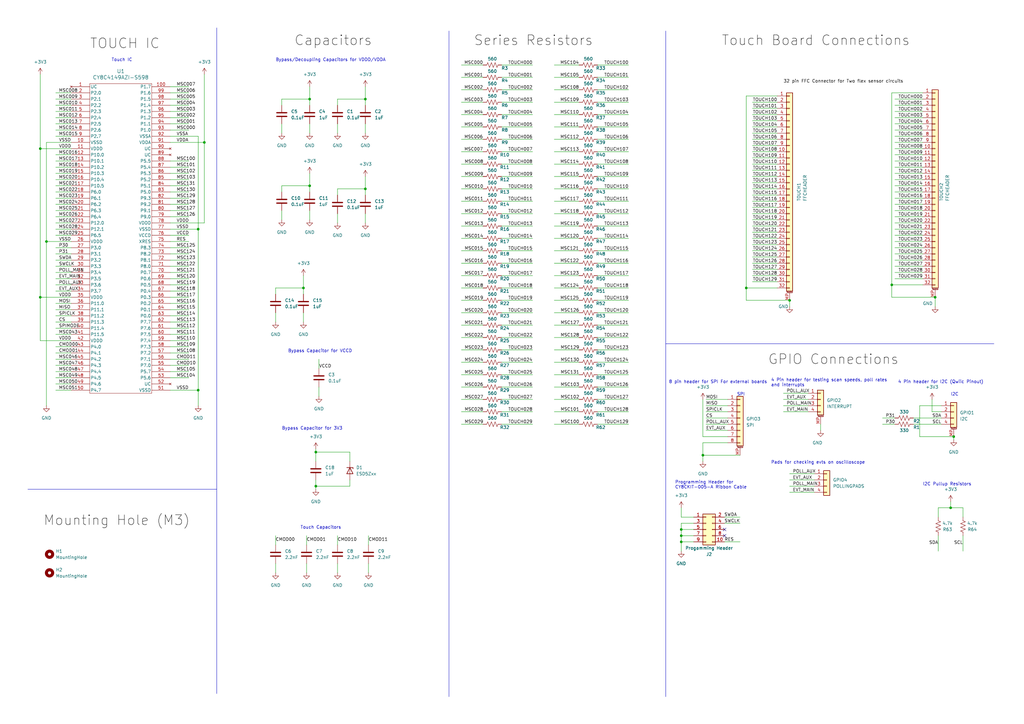
<source format=kicad_sch>
(kicad_sch (version 20230121) (generator eeschema)
  (paper "A3")
  (title_block (title "Custom Touch Board") (date "2023-11") (rev "1"))
  (junction (at 16.51 60.96))
  (junction (at 149.86 40.64))
  (junction (at 16.51 121.92))
  (junction (at 279.4 222.25))
  (junction (at 306.07 118.11))
  (junction (at 129.54 199.39))
  (junction (at 383.54 121.92))
  (junction (at 127 40.64))
  (junction (at 81.28 160.02))
  (junction (at 129.54 185.42))
  (junction (at 127 76.2))
  (junction (at 389.89 208.28))
  (junction (at 149.86 77.47))
  (junction (at 81.28 93.98))
  (junction (at 279.4 217.17))
  (junction (at 391.16 179.07))
  (junction (at 124.46 118.11))
  (junction (at 19.05 99.06))
  (junction (at 279.4 219.71))
  (junction (at 365.76 116.84))
  (junction (at 288.29 186.69))
  (junction (at 323.85 123.19))
  (junction (at 83.82 58.42))
  (no_connect (at 297.18 219.71))
  (no_connect (at 297.18 217.17))
  (wire (pts (xy 69.85 101.6) (xy 77.47 101.6)))
  (wire (pts (xy 227.33 153.67) (xy 237.49 153.67)))
  (wire (pts (xy 308.61 102.87) (xy 318.77 102.87)))
  (wire (pts (xy 83.82 91.44) (xy 83.82 58.42)))
  (wire (pts (xy 308.61 113.03) (xy 318.77 113.03)))
  (wire (pts (xy 81.28 55.88) (xy 81.28 93.98)))
  (wire (pts (xy 308.61 82.55) (xy 318.77 82.55)))
  (polyline (pts (xy 88.9 11.43) (xy 88.9 284.48)))
  (wire (pts (xy 245.11 46.99) (xy 257.81 46.99)))
  (wire (pts (xy 323.85 196.85) (xy 334.01 196.85)))
  (wire (pts (xy 382.27 163.83) (xy 382.27 168.91)))
  (wire (pts (xy 205.74 143.51) (xy 218.44 143.51)))
  (wire (pts (xy 205.74 118.11) (xy 218.44 118.11)))
  (wire (pts (xy 367.03 53.34) (xy 378.46 53.34)))
  (wire (pts (xy 22.86 50.8) (xy 29.21 50.8)))
  (wire (pts (xy 245.11 26.67) (xy 257.81 26.67)))
  (wire (pts (xy 113.03 120.65) (xy 113.03 118.11)))
  (wire (pts (xy 22.86 154.94) (xy 29.21 154.94)))
  (wire (pts (xy 205.74 77.47) (xy 218.44 77.47)))
  (wire (pts (xy 227.33 158.75) (xy 237.49 158.75)))
  (wire (pts (xy 245.11 113.03) (xy 257.81 113.03)))
  (wire (pts (xy 365.76 38.1) (xy 365.76 116.84)))
  (wire (pts (xy 69.85 124.46) (xy 77.47 124.46)))
  (wire (pts (xy 306.07 39.37) (xy 306.07 118.11)))
  (wire (pts (xy 227.33 143.51) (xy 237.49 143.51)))
  (wire (pts (xy 69.85 71.12) (xy 77.47 71.12)))
  (wire (pts (xy 69.85 53.34) (xy 77.47 53.34)))
  (wire (pts (xy 308.61 95.25) (xy 318.77 95.25)))
  (wire (pts (xy 69.85 106.68) (xy 77.47 106.68)))
  (wire (pts (xy 245.11 143.51) (xy 257.81 143.51)))
  (wire (pts (xy 69.85 127) (xy 77.47 127)))
  (wire (pts (xy 69.85 142.24) (xy 77.47 142.24)))
  (wire (pts (xy 69.85 81.28) (xy 77.47 81.28)))
  (wire (pts (xy 205.74 173.99) (xy 218.44 173.99)))
  (wire (pts (xy 323.85 194.31) (xy 334.01 194.31)))
  (wire (pts (xy 138.43 43.18) (xy 138.43 40.64)))
  (wire (pts (xy 308.61 59.69) (xy 318.77 59.69)))
  (wire (pts (xy 389.89 208.28) (xy 394.97 208.28)))
  (wire (pts (xy 367.03 88.9) (xy 378.46 88.9)))
  (wire (pts (xy 189.23 148.59) (xy 198.12 148.59)))
  (wire (pts (xy 69.85 66.04) (xy 77.47 66.04)))
  (wire (pts (xy 189.23 87.63) (xy 198.12 87.63)))
  (wire (pts (xy 149.86 50.8) (xy 149.86 54.61)))
  (wire (pts (xy 308.61 69.85) (xy 318.77 69.85)))
  (wire (pts (xy 378.46 38.1) (xy 365.76 38.1)))
  (wire (pts (xy 189.23 153.67) (xy 198.12 153.67)))
  (wire (pts (xy 69.85 73.66) (xy 77.47 73.66)))
  (wire (pts (xy 22.86 144.78) (xy 29.21 144.78)))
  (wire (pts (xy 227.33 36.83) (xy 237.49 36.83)))
  (wire (pts (xy 227.33 82.55) (xy 237.49 82.55)))
  (wire (pts (xy 69.85 132.08) (xy 77.47 132.08)))
  (wire (pts (xy 22.86 142.24) (xy 29.21 142.24)))
  (wire (pts (xy 115.57 43.18) (xy 115.57 40.64)))
  (wire (pts (xy 308.61 72.39) (xy 318.77 72.39)))
  (wire (pts (xy 205.74 158.75) (xy 218.44 158.75)))
  (wire (pts (xy 367.03 40.64) (xy 378.46 40.64)))
  (wire (pts (xy 367.03 71.12) (xy 378.46 71.12)))
  (wire (pts (xy 69.85 40.64) (xy 77.47 40.64)))
  (wire (pts (xy 308.61 67.31) (xy 318.77 67.31)))
  (wire (pts (xy 308.61 46.99) (xy 318.77 46.99)))
  (wire (pts (xy 124.46 128.27) (xy 124.46 132.08)))
  (wire (pts (xy 69.85 149.86) (xy 77.47 149.86)))
  (wire (pts (xy 22.86 48.26) (xy 29.21 48.26)))
  (wire (pts (xy 127 86.36) (xy 127 90.17)))
  (wire (pts (xy 22.86 111.76) (xy 29.21 111.76)))
  (wire (pts (xy 227.33 77.47) (xy 237.49 77.47)))
  (wire (pts (xy 189.23 118.11) (xy 198.12 118.11)))
  (wire (pts (xy 367.03 63.5) (xy 378.46 63.5)))
  (wire (pts (xy 245.11 87.63) (xy 257.81 87.63)))
  (wire (pts (xy 367.03 55.88) (xy 378.46 55.88)))
  (wire (pts (xy 149.86 40.64) (xy 149.86 43.18)))
  (wire (pts (xy 245.11 92.71) (xy 257.81 92.71)))
  (wire (pts (xy 81.28 93.98) (xy 81.28 160.02)))
  (wire (pts (xy 22.86 71.12) (xy 29.21 71.12)))
  (wire (pts (xy 205.74 102.87) (xy 218.44 102.87)))
  (wire (pts (xy 149.86 72.39) (xy 149.86 77.47)))
  (wire (pts (xy 22.86 83.82) (xy 29.21 83.82)))
  (wire (pts (xy 129.54 199.39) (xy 143.51 199.39)))
  (wire (pts (xy 365.76 116.84) (xy 365.76 121.92)))
  (wire (pts (xy 115.57 86.36) (xy 115.57 90.17)))
  (wire (pts (xy 189.23 36.83) (xy 198.12 36.83)))
  (wire (pts (xy 367.03 78.74) (xy 378.46 78.74)))
  (wire (pts (xy 22.86 137.16) (xy 29.21 137.16)))
  (wire (pts (xy 227.33 87.63) (xy 237.49 87.63)))
  (wire (pts (xy 384.81 219.71) (xy 384.81 226.06)))
  (wire (pts (xy 69.85 48.26) (xy 77.47 48.26)))
  (wire (pts (xy 205.74 92.71) (xy 218.44 92.71)))
  (wire (pts (xy 22.86 109.22) (xy 29.21 109.22)))
  (wire (pts (xy 227.33 113.03) (xy 237.49 113.03)))
  (wire (pts (xy 69.85 119.38) (xy 77.47 119.38)))
  (wire (pts (xy 377.19 166.37) (xy 386.08 166.37)))
  (wire (pts (xy 22.86 157.48) (xy 29.21 157.48)))
  (wire (pts (xy 284.48 212.09) (xy 279.4 212.09)))
  (wire (pts (xy 22.86 91.44) (xy 29.21 91.44)))
  (wire (pts (xy 384.81 208.28) (xy 384.81 212.09)))
  (wire (pts (xy 189.23 92.71) (xy 198.12 92.71)))
  (wire (pts (xy 149.86 87.63) (xy 149.86 91.44)))
  (wire (pts (xy 367.03 101.6) (xy 378.46 101.6)))
  (wire (pts (xy 16.51 60.96) (xy 16.51 121.92)))
  (wire (pts (xy 227.33 57.15) (xy 237.49 57.15)))
  (wire (pts (xy 22.86 152.4) (xy 29.21 152.4)))
  (wire (pts (xy 279.4 222.25) (xy 279.4 219.71)))
  (wire (pts (xy 138.43 231.14) (xy 138.43 234.95)))
  (wire (pts (xy 22.86 78.74) (xy 29.21 78.74)))
  (wire (pts (xy 205.74 163.83) (xy 218.44 163.83)))
  (wire (pts (xy 69.85 91.44) (xy 83.82 91.44)))
  (wire (pts (xy 127 40.64) (xy 127 43.18)))
  (wire (pts (xy 19.05 58.42) (xy 29.21 58.42)))
  (wire (pts (xy 205.74 138.43) (xy 218.44 138.43)))
  (wire (pts (xy 69.85 96.52) (xy 77.47 96.52)))
  (wire (pts (xy 189.23 72.39) (xy 198.12 72.39)))
  (wire (pts (xy 205.74 97.79) (xy 218.44 97.79)))
  (wire (pts (xy 83.82 58.42) (xy 83.82 30.48)))
  (wire (pts (xy 205.74 128.27) (xy 218.44 128.27)))
  (wire (pts (xy 289.56 176.53) (xy 298.45 176.53)))
  (wire (pts (xy 205.74 123.19) (xy 218.44 123.19)))
  (wire (pts (xy 245.11 57.15) (xy 257.81 57.15)))
  (wire (pts (xy 227.33 148.59) (xy 237.49 148.59)))
  (wire (pts (xy 318.77 39.37) (xy 306.07 39.37)))
  (wire (pts (xy 189.23 168.91) (xy 198.12 168.91)))
  (wire (pts (xy 69.85 111.76) (xy 77.47 111.76)))
  (wire (pts (xy 22.86 68.58) (xy 29.21 68.58)))
  (wire (pts (xy 205.74 133.35) (xy 218.44 133.35)))
  (wire (pts (xy 284.48 219.71) (xy 279.4 219.71)))
  (wire (pts (xy 22.86 106.68) (xy 29.21 106.68)))
  (wire (pts (xy 321.31 166.37) (xy 331.47 166.37)))
  (wire (pts (xy 205.74 107.95) (xy 218.44 107.95)))
  (wire (pts (xy 308.61 54.61) (xy 318.77 54.61)))
  (wire (pts (xy 189.23 31.75) (xy 198.12 31.75)))
  (wire (pts (xy 308.61 115.57) (xy 318.77 115.57)))
  (wire (pts (xy 22.86 53.34) (xy 29.21 53.34)))
  (wire (pts (xy 386.08 168.91) (xy 382.27 168.91)))
  (wire (pts (xy 245.11 148.59) (xy 257.81 148.59)))
  (wire (pts (xy 288.29 179.07) (xy 298.45 179.07)))
  (wire (pts (xy 113.03 128.27) (xy 113.03 132.08)))
  (wire (pts (xy 245.11 123.19) (xy 257.81 123.19)))
  (wire (pts (xy 367.03 66.04) (xy 378.46 66.04)))
  (wire (pts (xy 69.85 86.36) (xy 77.47 86.36)))
  (wire (pts (xy 124.46 113.03) (xy 124.46 118.11)))
  (wire (pts (xy 308.61 92.71) (xy 318.77 92.71)))
  (wire (pts (xy 303.53 212.09) (xy 297.18 212.09)))
  (wire (pts (xy 138.43 87.63) (xy 138.43 91.44)))
  (wire (pts (xy 227.33 133.35) (xy 237.49 133.35)))
  (wire (pts (xy 69.85 144.78) (xy 77.47 144.78)))
  (wire (pts (xy 308.61 87.63) (xy 318.77 87.63)))
  (wire (pts (xy 205.74 113.03) (xy 218.44 113.03)))
  (wire (pts (xy 22.86 93.98) (xy 29.21 93.98)))
  (wire (pts (xy 321.31 161.29) (xy 331.47 161.29)))
  (wire (pts (xy 205.74 52.07) (xy 218.44 52.07)))
  (wire (pts (xy 19.05 58.42) (xy 19.05 99.06)))
  (wire (pts (xy 367.03 86.36) (xy 378.46 86.36)))
  (wire (pts (xy 245.11 118.11) (xy 257.81 118.11)))
  (wire (pts (xy 130.81 147.32) (xy 130.81 151.13)))
  (wire (pts (xy 22.86 114.3) (xy 29.21 114.3)))
  (wire (pts (xy 367.03 93.98) (xy 378.46 93.98)))
  (wire (pts (xy 306.07 123.19) (xy 323.85 123.19)))
  (wire (pts (xy 205.74 57.15) (xy 218.44 57.15)))
  (wire (pts (xy 69.85 83.82) (xy 77.47 83.82)))
  (wire (pts (xy 69.85 114.3) (xy 77.47 114.3)))
  (wire (pts (xy 308.61 52.07) (xy 318.77 52.07)))
  (wire (pts (xy 227.33 173.99) (xy 237.49 173.99)))
  (wire (pts (xy 189.23 143.51) (xy 198.12 143.51)))
  (wire (pts (xy 113.03 219.71) (xy 113.03 223.52)))
  (wire (pts (xy 245.11 62.23) (xy 257.81 62.23)))
  (wire (pts (xy 308.61 80.01) (xy 318.77 80.01)))
  (wire (pts (xy 22.86 63.5) (xy 29.21 63.5)))
  (wire (pts (xy 69.85 58.42) (xy 83.82 58.42)))
  (wire (pts (xy 367.03 68.58) (xy 378.46 68.58)))
  (wire (pts (xy 22.86 119.38) (xy 29.21 119.38)))
  (wire (pts (xy 383.54 125.73) (xy 383.54 121.92)))
  (wire (pts (xy 323.85 201.93) (xy 334.01 201.93)))
  (wire (pts (xy 69.85 93.98) (xy 81.28 93.98)))
  (wire (pts (xy 288.29 181.61) (xy 298.45 181.61)))
  (wire (pts (xy 69.85 99.06) (xy 77.47 99.06)))
  (wire (pts (xy 69.85 104.14) (xy 77.47 104.14)))
  (wire (pts (xy 189.23 128.27) (xy 198.12 128.27)))
  (wire (pts (xy 205.74 31.75) (xy 218.44 31.75)))
  (wire (pts (xy 22.86 88.9) (xy 29.21 88.9)))
  (polyline (pts (xy 184.15 12.7) (xy 184.15 285.75)))
  (wire (pts (xy 205.74 67.31) (xy 218.44 67.31)))
  (wire (pts (xy 361.95 173.99) (xy 367.03 173.99)))
  (wire (pts (xy 245.11 36.83) (xy 257.81 36.83)))
  (wire (pts (xy 69.85 50.8) (xy 77.47 50.8)))
  (wire (pts (xy 115.57 50.8) (xy 115.57 54.61)))
  (wire (pts (xy 189.23 77.47) (xy 198.12 77.47)))
  (wire (pts (xy 323.85 199.39) (xy 334.01 199.39)))
  (wire (pts (xy 138.43 50.8) (xy 138.43 54.61)))
  (wire (pts (xy 113.03 118.11) (xy 124.46 118.11)))
  (wire (pts (xy 189.23 102.87) (xy 198.12 102.87)))
  (wire (pts (xy 227.33 102.87) (xy 237.49 102.87)))
  (polyline (pts (xy 273.05 12.7) (xy 273.05 285.75)))
  (wire (pts (xy 69.85 160.02) (xy 81.28 160.02)))
  (wire (pts (xy 138.43 77.47) (xy 149.86 77.47)))
  (wire (pts (xy 22.86 86.36) (xy 29.21 86.36)))
  (wire (pts (xy 22.86 104.14) (xy 29.21 104.14)))
  (wire (pts (xy 374.65 171.45) (xy 386.08 171.45)))
  (wire (pts (xy 125.73 231.14) (xy 125.73 234.95)))
  (wire (pts (xy 115.57 40.64) (xy 127 40.64)))
  (wire (pts (xy 129.54 184.15) (xy 129.54 185.42)))
  (wire (pts (xy 22.86 116.84) (xy 29.21 116.84)))
  (wire (pts (xy 149.86 77.47) (xy 149.86 80.01)))
  (wire (pts (xy 227.33 97.79) (xy 237.49 97.79)))
  (wire (pts (xy 367.03 58.42) (xy 378.46 58.42)))
  (wire (pts (xy 367.03 48.26) (xy 378.46 48.26)))
  (wire (pts (xy 189.23 173.99) (xy 198.12 173.99)))
  (wire (pts (xy 143.51 199.39) (xy 143.51 196.85)))
  (wire (pts (xy 189.23 97.79) (xy 198.12 97.79)))
  (wire (pts (xy 367.03 81.28) (xy 378.46 81.28)))
  (wire (pts (xy 321.31 163.83) (xy 331.47 163.83)))
  (wire (pts (xy 289.56 163.83) (xy 298.45 163.83)))
  (wire (pts (xy 297.18 222.25) (xy 303.53 222.25)))
  (wire (pts (xy 205.74 87.63) (xy 218.44 87.63)))
  (wire (pts (xy 16.51 60.96) (xy 16.51 30.48)))
  (wire (pts (xy 374.65 173.99) (xy 386.08 173.99)))
  (wire (pts (xy 143.51 189.23) (xy 143.51 185.42)))
  (wire (pts (xy 151.13 231.14) (xy 151.13 234.95)))
  (wire (pts (xy 138.43 40.64) (xy 149.86 40.64)))
  (wire (pts (xy 227.33 26.67) (xy 237.49 26.67)))
  (wire (pts (xy 69.85 121.92) (xy 77.47 121.92)))
  (wire (pts (xy 308.61 64.77) (xy 318.77 64.77)))
  (wire (pts (xy 22.86 101.6) (xy 29.21 101.6)))
  (wire (pts (xy 129.54 185.42) (xy 129.54 189.23)))
  (wire (pts (xy 377.19 179.07) (xy 391.16 179.07)))
  (wire (pts (xy 367.03 60.96) (xy 378.46 60.96)))
  (wire (pts (xy 22.86 149.86) (xy 29.21 149.86)))
  (wire (pts (xy 19.05 99.06) (xy 19.05 166.37)))
  (wire (pts (xy 69.85 116.84) (xy 77.47 116.84)))
  (wire (pts (xy 189.23 107.95) (xy 198.12 107.95)))
  (wire (pts (xy 367.03 76.2) (xy 378.46 76.2)))
  (wire (pts (xy 245.11 31.75) (xy 257.81 31.75)))
  (wire (pts (xy 205.74 168.91) (xy 218.44 168.91)))
  (wire (pts (xy 227.33 46.99) (xy 237.49 46.99)))
  (wire (pts (xy 308.61 57.15) (xy 318.77 57.15)))
  (wire (pts (xy 284.48 222.25) (xy 279.4 222.25)))
  (wire (pts (xy 279.4 219.71) (xy 279.4 217.17)))
  (wire (pts (xy 227.33 41.91) (xy 237.49 41.91)))
  (wire (pts (xy 227.33 52.07) (xy 237.49 52.07)))
  (wire (pts (xy 205.74 153.67) (xy 218.44 153.67)))
  (wire (pts (xy 288.29 189.23) (xy 288.29 186.69)))
  (wire (pts (xy 321.31 168.91) (xy 331.47 168.91)))
  (wire (pts (xy 289.56 171.45) (xy 298.45 171.45)))
  (wire (pts (xy 189.23 82.55) (xy 198.12 82.55)))
  (wire (pts (xy 189.23 57.15) (xy 198.12 57.15)))
  (wire (pts (xy 245.11 107.95) (xy 257.81 107.95)))
  (wire (pts (xy 297.18 214.63) (xy 303.53 214.63)))
  (wire (pts (xy 245.11 133.35) (xy 257.81 133.35)))
  (wire (pts (xy 69.85 129.54) (xy 77.47 129.54)))
  (wire (pts (xy 308.61 41.91) (xy 318.77 41.91)))
  (wire (pts (xy 127 76.2) (xy 127 78.74)))
  (wire (pts (xy 127 71.12) (xy 127 76.2)))
  (wire (pts (xy 289.56 173.99) (xy 298.45 173.99)))
  (wire (pts (xy 189.23 52.07) (xy 198.12 52.07)))
  (wire (pts (xy 227.33 138.43) (xy 237.49 138.43)))
  (wire (pts (xy 391.16 180.34) (xy 391.16 179.07)))
  (wire (pts (xy 365.76 116.84) (xy 378.46 116.84)))
  (wire (pts (xy 245.11 158.75) (xy 257.81 158.75)))
  (wire (pts (xy 245.11 153.67) (xy 257.81 153.67)))
  (wire (pts (xy 205.74 46.99) (xy 218.44 46.99)))
  (wire (pts (xy 308.61 110.49) (xy 318.77 110.49)))
  (wire (pts (xy 227.33 62.23) (xy 237.49 62.23)))
  (wire (pts (xy 394.97 208.28) (xy 394.97 212.09)))
  (wire (pts (xy 227.33 31.75) (xy 237.49 31.75)))
  (wire (pts (xy 245.11 168.91) (xy 257.81 168.91)))
  (wire (pts (xy 227.33 123.19) (xy 237.49 123.19)))
  (wire (pts (xy 245.11 128.27) (xy 257.81 128.27)))
  (wire (pts (xy 69.85 43.18) (xy 77.47 43.18)))
  (wire (pts (xy 306.07 118.11) (xy 318.77 118.11)))
  (wire (pts (xy 377.19 166.37) (xy 377.19 179.07)))
  (wire (pts (xy 189.23 67.31) (xy 198.12 67.31)))
  (wire (pts (xy 69.85 55.88) (xy 81.28 55.88)))
  (wire (pts (xy 308.61 90.17) (xy 318.77 90.17)))
  (wire (pts (xy 22.86 40.64) (xy 29.21 40.64)))
  (wire (pts (xy 284.48 214.63) (xy 279.4 214.63)))
  (wire (pts (xy 189.23 113.03) (xy 198.12 113.03)))
  (wire (pts (xy 361.95 171.45) (xy 367.03 171.45)))
  (wire (pts (xy 22.86 160.02) (xy 29.21 160.02)))
  (wire (pts (xy 367.03 99.06) (xy 378.46 99.06)))
  (wire (pts (xy 22.86 134.62) (xy 29.21 134.62)))
  (wire (pts (xy 115.57 78.74) (xy 115.57 76.2)))
  (wire (pts (xy 69.85 134.62) (xy 77.47 134.62)))
  (wire (pts (xy 69.85 109.22) (xy 77.47 109.22)))
  (wire (pts (xy 189.23 163.83) (xy 198.12 163.83)))
  (wire (pts (xy 129.54 199.39) (xy 129.54 200.66)))
  (wire (pts (xy 227.33 92.71) (xy 237.49 92.71)))
  (wire (pts (xy 69.85 147.32) (xy 77.47 147.32)))
  (wire (pts (xy 189.23 46.99) (xy 198.12 46.99)))
  (wire (pts (xy 245.11 72.39) (xy 257.81 72.39)))
  (wire (pts (xy 124.46 118.11) (xy 124.46 120.65)))
  (wire (pts (xy 288.29 163.83) (xy 288.29 179.07)))
  (wire (pts (xy 367.03 104.14) (xy 378.46 104.14)))
  (wire (pts (xy 81.28 160.02) (xy 81.28 166.37)))
  (wire (pts (xy 22.86 55.88) (xy 29.21 55.88)))
  (wire (pts (xy 308.61 44.45) (xy 318.77 44.45)))
  (wire (pts (xy 22.86 66.04) (xy 29.21 66.04)))
  (wire (pts (xy 69.85 35.56) (xy 77.47 35.56)))
  (wire (pts (xy 69.85 152.4) (xy 77.47 152.4)))
  (wire (pts (xy 16.51 139.7) (xy 29.21 139.7)))
  (polyline (pts (xy 407.67 140.97) (xy 273.05 140.97)))
  (wire (pts (xy 394.97 219.71) (xy 394.97 226.06)))
  (wire (pts (xy 115.57 76.2) (xy 127 76.2)))
  (wire (pts (xy 284.48 217.17) (xy 279.4 217.17)))
  (wire (pts (xy 125.73 219.71) (xy 125.73 223.52)))
  (wire (pts (xy 227.33 72.39) (xy 237.49 72.39)))
  (wire (pts (xy 189.23 158.75) (xy 198.12 158.75)))
  (wire (pts (xy 22.86 38.1) (xy 29.21 38.1)))
  (wire (pts (xy 149.86 35.56) (xy 149.86 40.64)))
  (wire (pts (xy 69.85 76.2) (xy 77.47 76.2)))
  (wire (pts (xy 367.03 109.22) (xy 378.46 109.22)))
  (wire (pts (xy 245.11 67.31) (xy 257.81 67.31)))
  (wire (pts (xy 367.03 106.68) (xy 378.46 106.68)))
  (wire (pts (xy 308.61 85.09) (xy 318.77 85.09)))
  (wire (pts (xy 336.55 176.53) (xy 336.55 173.99)))
  (wire (pts (xy 113.03 231.14) (xy 113.03 234.95)))
  (wire (pts (xy 69.85 45.72) (xy 77.47 45.72)))
  (wire (pts (xy 22.86 132.08) (xy 29.21 132.08)))
  (wire (pts (xy 205.74 26.67) (xy 218.44 26.67)))
  (wire (pts (xy 245.11 77.47) (xy 257.81 77.47)))
  (wire (pts (xy 205.74 62.23) (xy 218.44 62.23)))
  (wire (pts (xy 189.23 26.67) (xy 198.12 26.67)))
  (wire (pts (xy 205.74 41.91) (xy 218.44 41.91)))
  (wire (pts (xy 245.11 138.43) (xy 257.81 138.43)))
  (wire (pts (xy 22.86 73.66) (xy 29.21 73.66)))
  (wire (pts (xy 227.33 128.27) (xy 237.49 128.27)))
  (wire (pts (xy 245.11 52.07) (xy 257.81 52.07)))
  (wire (pts (xy 245.11 97.79) (xy 257.81 97.79)))
  (wire (pts (xy 384.81 208.28) (xy 389.89 208.28)))
  (wire (pts (xy 308.61 74.93) (xy 318.77 74.93)))
  (polyline (pts (xy 88.9 200.66) (xy 11.43 200.66)))
  (wire (pts (xy 16.51 121.92) (xy 29.21 121.92)))
  (wire (pts (xy 279.4 212.09) (xy 279.4 208.28)))
  (wire (pts (xy 288.29 181.61) (xy 288.29 186.69)))
  (wire (pts (xy 245.11 173.99) (xy 257.81 173.99)))
  (wire (pts (xy 289.56 168.91) (xy 298.45 168.91)))
  (wire (pts (xy 367.03 114.3) (xy 378.46 114.3)))
  (wire (pts (xy 22.86 96.52) (xy 29.21 96.52)))
  (wire (pts (xy 367.03 73.66) (xy 378.46 73.66)))
  (wire (pts (xy 367.03 83.82) (xy 378.46 83.82)))
  (wire (pts (xy 306.07 118.11) (xy 306.07 123.19)))
  (wire (pts (xy 189.23 138.43) (xy 198.12 138.43)))
  (wire (pts (xy 127 35.56) (xy 127 40.64)))
  (wire (pts (xy 308.61 105.41) (xy 318.77 105.41)))
  (wire (pts (xy 69.85 88.9) (xy 77.47 88.9)))
  (wire (pts (xy 227.33 118.11) (xy 237.49 118.11)))
  (wire (pts (xy 19.05 99.06) (xy 29.21 99.06)))
  (wire (pts (xy 367.03 111.76) (xy 378.46 111.76)))
  (wire (pts (xy 227.33 168.91) (xy 237.49 168.91)))
  (wire (pts (xy 279.4 217.17) (xy 279.4 214.63)))
  (wire (pts (xy 288.29 186.69) (xy 303.53 186.69)))
  (wire (pts (xy 189.23 123.19) (xy 198.12 123.19)))
  (wire (pts (xy 367.03 45.72) (xy 378.46 45.72)))
  (wire (pts (xy 308.61 107.95) (xy 318.77 107.95)))
  (wire (pts (xy 130.81 158.75) (xy 130.81 162.56)))
  (wire (pts (xy 308.61 62.23) (xy 318.77 62.23)))
  (wire (pts (xy 365.76 121.92) (xy 383.54 121.92)))
  (wire (pts (xy 22.86 147.32) (xy 29.21 147.32)))
  (wire (pts (xy 138.43 219.71) (xy 138.43 223.52)))
  (wire (pts (xy 323.85 125.73) (xy 323.85 123.19)))
  (wire (pts (xy 289.56 166.37) (xy 298.45 166.37)))
  (wire (pts (xy 69.85 68.58) (xy 77.47 68.58)))
  (wire (pts (xy 22.86 43.18) (xy 29.21 43.18)))
  (wire (pts (xy 227.33 67.31) (xy 237.49 67.31)))
  (wire (pts (xy 69.85 38.1) (xy 77.47 38.1)))
  (wire (pts (xy 389.89 205.74) (xy 389.89 208.28)))
  (wire (pts (xy 22.86 127) (xy 29.21 127)))
  (wire (pts (xy 16.51 60.96) (xy 29.21 60.96)))
  (wire (pts (xy 129.54 199.39) (xy 129.54 196.85)))
  (wire (pts (xy 308.61 77.47) (xy 318.77 77.47)))
  (wire (pts (xy 205.74 36.83) (xy 218.44 36.83)))
  (wire (pts (xy 205.74 72.39) (xy 218.44 72.39)))
  (wire (pts (xy 245.11 102.87) (xy 257.81 102.87)))
  (wire (pts (xy 69.85 139.7) (xy 77.47 139.7)))
  (wire (pts (xy 245.11 163.83) (xy 257.81 163.83)))
  (wire (pts (xy 308.61 100.33) (xy 318.77 100.33)))
  (wire (pts (xy 22.86 124.46) (xy 29.21 124.46)))
  (wire (pts (xy 69.85 137.16) (xy 77.47 137.16)))
  (wire (pts (xy 205.74 148.59) (xy 218.44 148.59)))
  (wire (pts (xy 227.33 163.83) (xy 237.49 163.83)))
  (wire (pts (xy 245.11 41.91) (xy 257.81 41.91)))
  (wire (pts (xy 143.51 185.42) (xy 129.54 185.42)))
  (wire (pts (xy 16.51 139.7) (xy 16.51 121.92)))
  (wire (pts (xy 138.43 80.01) (xy 138.43 77.47)))
  (wire (pts (xy 367.03 91.44) (xy 378.46 91.44)))
  (wire (pts (xy 367.03 96.52) (xy 378.46 96.52)))
  (wire (pts (xy 151.13 219.71) (xy 151.13 223.52)))
  (wire (pts (xy 22.86 129.54) (xy 29.21 129.54)))
  (wire (pts (xy 205.74 82.55) (xy 218.44 82.55)))
  (wire (pts (xy 22.86 81.28) (xy 29.21 81.28)))
  (wire (pts (xy 245.11 82.55) (xy 257.81 82.55)))
  (wire (pts (xy 69.85 78.74) (xy 77.47 78.74)))
  (wire (pts (xy 22.86 45.72) (xy 29.21 45.72)))
  (wire (pts (xy 227.33 107.95) (xy 237.49 107.95)))
  (wire (pts (xy 189.23 133.35) (xy 198.12 133.35)))
  (wire (pts (xy 69.85 154.94) (xy 77.47 154.94)))
  (wire (pts (xy 22.86 76.2) (xy 29.21 76.2)))
  (wire (pts (xy 189.23 41.91) (xy 198.12 41.91)))
  (wire (pts (xy 189.23 62.23) (xy 198.12 62.23)))
  (wire (pts (xy 367.03 43.18) (xy 378.46 43.18)))
  (wire (pts (xy 279.4 222.25) (xy 279.4 226.06)))
  (wire (pts (xy 308.61 49.53) (xy 318.77 49.53)))
  (wire (pts (xy 308.61 97.79) (xy 318.77 97.79)))
  (wire (pts (xy 127 50.8) (xy 127 54.61)))
  (wire (pts (xy 367.03 50.8) (xy 378.46 50.8)))
  (text "Bypass Capacitor for VCCD" (at 118.11 144.78 0) (effects (font (size 1.27 1.27)) (justify left bottom)))
  (text "SPI" (at 302.26 162.56 0) (effects (font (size 1.27 1.27)) (justify left bottom)))
  (text "Touch Board Connections" (at 295.91 19.05 0) (effects (font (size 4 4)) (justify left bottom)))
  (text "I2C" (at 389.89 162.56 0) (effects (font (size 1.27 1.27)) (justify left bottom)))
  (text "Capacitors\n" (at 120.65 19.05 0) (effects (font (size 4 4)) (justify left bottom)))
  (text "8 pin header for SPI For external boards" (at 274.32 157.48 0) (effects (font (size 1.27 1.27)) (justify left bottom)))
  (text "Bypass/Decoupling Capacitors for VDDD/VDDA" (at 113.03 25.4 0) (effects (font (size 1.27 1.27)) (justify left bottom)))
  (text "Pads for checking evts on oscilloscope" (at 316.23 190.5 0) (effects (font (size 1.27 1.27)) (justify left bottom)))
  (text "GPIO Connections" (at 314.96 149.86 0) (effects (font (size 4 4)) (justify left bottom)))
  (text "Touch IC" (at 45.72 25.4 0) (effects (font (size 1.27 1.27)) (justify left bottom)))
  (text "Bypass Capacitor for 3V3" (at 115.57 176.53 0) (effects (font (size 1.27 1.27)) (justify left bottom)))
  (text "Mounting Hole (M3)" (at 17.78 215.9 0) (effects (font (size 4 4)) (justify left bottom)))
  (text "Touch Capacitors" (at 123.19 217.17 0) (effects (font (size 1.27 1.27)) (justify left bottom)))
  (text "4 Pin header for testing scan speeds, poll rates \nand interrupts" (at 316.23 158.75 0) (effects (font (size 1.27 1.27)) (justify left bottom)))
  (text "Series Resistors" (at 194.31 19.05 0) (effects (font (size 4 4)) (justify left bottom)))
  (text "I2C Pullup Resistors" (at 378.46 199.39 0) (effects (font (size 1.27 1.27)) (justify left bottom)))
  (text "4 Pin header for I2C (Qwiic Pinout)" (at 368.3 157.48 0) (effects (font (size 1.27 1.27)) (justify left bottom)))
  (text "TOUCH IC" (at 36.83 20.32 0) (effects (font (size 4 4)) (justify left bottom)))
  (text "Programming Header for \nCY8CKIT-005-A Ribbon Cable" (at 276.86 200.66 0) (effects (font (size 1.27 1.27)) (justify left bottom)))
  (label "VDDA" (at 72.39 58.42 0))
  (label "MSC023" (at 190.5 143.51 0))
  (label "TOUCH112" (at 318.77 72.39 180))
  (label "MSC028" (at 24.13 93.98 0))
  (label "MOSI" (at 24.13 124.46 0))
  (label "MSC029" (at 24.13 96.52 0))
  (label "MSC006" (at 198.12 57.15 180))
  (label "MSC131" (at 72.39 76.2 0))
  (label "MSC114" (at 72.39 129.54 0))
  (label "TOUCH114" (at 318.77 77.47 180))
  (label "MSC000" (at 72.39 53.34 0))
  (label "TOUCH113" (at 318.77 74.93 180))
  (label "TOUCH004" (at 378.46 50.8 180))
  (label "MSC105" (at 72.39 152.4 0))
  (label "TOUCH110" (at 257.81 77.47 180))
  (label "MSC117" (at 237.49 82.55 180))
  (label "MSC006" (at 72.39 38.1 0))
  (label "TOUCH024" (at 378.46 101.6 180))
  (label "TOUCH020" (at 378.46 91.44 180))
  (label "CMOD01" (at 24.13 144.78 0))
  (label "MSC022" (at 190.5 138.43 0))
  (label "MSC003" (at 72.39 45.72 0))
  (label "TOUCH019" (at 378.46 88.9 180))
  (label "MSC126" (at 229.87 128.27 0))
  (label "MSC050" (at 24.13 157.48 0))
  (label "TOUCH015" (at 378.46 78.74 180))
  (label "TOUCH103" (at 318.77 49.53 180))
  (label "TOUCH002" (at 378.46 45.72 180))
  (label "MSC109" (at 72.39 142.24 0))
  (label "MSC128" (at 72.39 83.82 0))
  (label "MSC105" (at 237.49 31.75 180))
  (label "TOUCH005" (at 378.46 53.34 180))
  (label "MSC013" (at 190.5 92.71 0))
  (label "MSC015" (at 190.5 102.87 0))
  (label "TOUCH022" (at 218.44 138.43 180))
  (label "MSC115" (at 72.39 127 0))
  (label "MSC016" (at 24.13 63.5 0))
  (label "SCL" (at 386.08 173.99 180))
  (label "MSC115" (at 237.49 72.39 180))
  (label "MSC101" (at 72.39 68.58 0))
  (label "SWCLK" (at 303.53 214.63 180))
  (label "TOUCH023" (at 218.44 143.51 180))
  (label "TOUCH111" (at 257.81 82.55 180))
  (label "MSC043" (at 24.13 137.16 0))
  (label "TOUCH025" (at 378.46 104.14 180))
  (label "CS" (at 24.13 132.08 0))
  (label "MSC002" (at 72.39 48.26 0))
  (label "MSC118" (at 237.49 87.63 180))
  (label "CMOD10" (at 72.39 149.86 0))
  (label "MSC123" (at 72.39 106.68 0))
  (label "MSC128" (at 229.87 138.43 0))
  (label "MSC008" (at 190.5 67.31 0))
  (label "EVT_MAIN" (at 24.13 114.3 0))
  (label "TOUCH108" (at 318.77 62.23 180))
  (label "POLL_AUX" (at 322.58 161.29 0))
  (label "TOUCH129" (at 257.81 173.99 180))
  (label "TOUCH026" (at 378.46 106.68 180))
  (label "MSC116" (at 72.39 124.46 0))
  (label "TOUCH126" (at 257.81 158.75 180))
  (label "MSC120" (at 237.49 97.79 180))
  (label "MSC014" (at 24.13 53.34 0))
  (label "MISO" (at 289.56 166.37 0))
  (label "MSC114" (at 237.49 67.31 180))
  (label "CS" (at 289.56 171.45 0))
  (label "MSC123" (at 237.49 113.03 180))
  (label "TOUCH009" (at 378.46 63.5 180))
  (label "TOUCH024" (at 218.44 148.59 180))
  (label "MSC047" (at 24.13 149.86 0))
  (label "POLL_MAIN" (at 24.13 111.76 0))
  (label "MSC026" (at 190.5 158.75 0))
  (label "TOUCH125" (at 257.81 153.67 180))
  (label "TOUCH001" (at 218.44 31.75 180))
  (label "TOUCH017" (at 378.46 83.82 180))
  (label "TOUCH109" (at 318.77 64.77 180))
  (label "MSC004" (at 198.12 46.99 180))
  (label "MSC127" (at 72.39 86.36 0))
  (label "MSC051" (at 24.13 160.02 0))
  (label "TOUCH004" (at 218.44 46.99 180))
  (label "MSC100" (at 229.87 173.99 0))
  (label "SWCLK" (at 24.13 109.22 0))
  (label "MSC126" (at 72.39 88.9 0))
  (label "TOUCH012" (at 218.44 87.63 180))
  (label "MSC021" (at 24.13 76.2 0))
  (label "MSC007" (at 198.12 62.23 180))
  (label "TOUCH105" (at 318.77 54.61 180))
  (label "MSC130" (at 72.39 78.74 0))
  (label "MSC020" (at 190.5 128.27 0))
  (label "MSC009" (at 24.13 40.64 0))
  (label "TOUCH005" (at 218.44 52.07 180))
  (label "TOUCH106" (at 257.81 57.15 180))
  (label "TOUCH029" (at 218.44 173.99 180))
  (label "VCCD" (at 72.39 96.52 0))
  (label "MSC103" (at 72.39 73.66 0))
  (label "MSC004" (at 72.39 43.18 0))
  (label "TOUCH008" (at 218.44 67.31 180))
  (label "TOUCH127" (at 318.77 110.49 180))
  (label "MSC022" (at 24.13 78.74 0))
  (label "TOUCH115" (at 318.77 80.01 180))
  (label "MSC111" (at 72.39 137.16 0))
  (label "MSC119" (at 72.39 116.84 0))
  (label "TOUCH101" (at 257.81 31.75 180))
  (label "TOUCH109" (at 257.81 72.39 180))
  (label "VSSD" (at 24.13 99.06 0))
  (label "POLL_AUX" (at 325.12 194.31 0))
  (label "TOUCH000" (at 218.44 26.67 180))
  (label "MSC121" (at 237.49 102.87 180))
  (label "MSC110" (at 72.39 139.7 0))
  (label "TOUCH108" (at 257.81 67.31 180))
  (label "P30" (at 363.22 173.99 0))
  (label "EVT_AUX" (at 24.13 119.38 0))
  (label "CMOD00" (at 24.13 142.24 0))
  (label "MSC027" (at 24.13 91.44 0))
  (label "SDA" (at 384.81 223.52 180))
  (label "MSC112" (at 237.49 57.15 180))
  (label "TOUCH118" (at 257.81 118.11 180))
  (label "TOUCH007" (at 218.44 62.23 180))
  (label "MSC048" (at 24.13 152.4 0))
  (label "MSC125" (at 237.49 123.19 180))
  (label "VSSD" (at 72.39 160.02 0))
  (label "RES" (at 72.39 99.06 0))
  (label "TOUCH017" (at 218.44 113.03 180))
  (label "TOUCH102" (at 318.77 46.99 180))
  (label "TOUCH003" (at 218.44 41.91 180))
  (label "EVT_MAIN" (at 325.12 201.93 0))
  (label "TOUCH101" (at 318.77 44.45 180))
  (label "SWDA" (at 302.26 212.09 180))
  (label "VSSA" (at 72.39 55.88 0))
  (label "TOUCH104" (at 257.81 46.99 180))
  (label "TOUCH021" (at 378.46 93.98 180))
  (label "TOUCH119" (at 318.77 90.17 180))
  (label "MSC129" (at 72.39 81.28 0))
  (label "MSC011" (at 24.13 45.72 0))
  (label "MSC017" (at 24.13 66.04 0))
  (label "32 pin FFC Connector for Two flex sensor circuits" (at 321.31 34.29 0))
  (label "MSC003" (at 198.12 41.91 180))
  (label "MSC013" (at 24.13 50.8 0))
  (label "TOUCH021" (at 218.44 133.35 180))
  (label "TOUCH010" (at 218.44 77.47 180))
  (label "TOUCH007" (at 378.46 58.42 180))
  (label "TOUCH103" (at 257.81 41.91 180))
  (label "EVT_AUX" (at 325.12 196.85 0))
  (label "TOUCH116" (at 257.81 107.95 180))
  (label "SPICLK" (at 289.56 168.91 0))
  (label "TOUCH023" (at 378.46 99.06 180))
  (label "MSC130" (at 229.87 148.59 0))
  (label "TOUCH105" (at 257.81 52.07 180))
  (label "TOUCH013" (at 218.44 92.71 180))
  (label "CMOD10" (at 138.43 222.25 0))
  (label "TOUCH117" (at 318.77 85.09 180))
  (label "POLL_AUX" (at 289.56 173.99 0))
  (label "TOUCH121" (at 318.77 95.25 180))
  (label "MSC111" (at 237.49 52.07 180))
  (label "TOUCH102" (at 257.81 36.83 180))
  (label "MSC131" (at 229.87 153.67 0))
  (label "TOUCH014" (at 218.44 97.79 180))
  (label "MSC018" (at 190.5 118.11 0))
  (label "MSC118" (at 72.39 119.38 0))
  (label "SWDA" (at 24.13 106.68 0))
  (label "TOUCH124" (at 257.81 148.59 180))
  (label "VSSD" (at 24.13 58.42 0))
  (label "TOUCH028" (at 218.44 168.91 180))
  (label "CMOD11" (at 72.39 147.32 0))
  (label "TOUCH027" (at 378.46 109.22 180))
  (label "TOUCH104" (at 318.77 52.07 180))
  (label "MSC124" (at 72.39 104.14 0))
  (label "MSC001" (at 198.12 31.75 180))
  (label "MSC122" (at 237.49 107.95 180))
  (label "TOUCH100" (at 257.81 26.67 180))
  (label "TOUCH124" (at 318.77 102.87 180))
  (label "VDDD" (at 24.13 60.96 0))
  (label "MISO" (at 24.13 127 0))
  (label "MSC101" (at 229.87 168.91 0))
  (label "TOUCH114" (at 257.81 97.79 180))
  (label "TOUCH123" (at 257.81 143.51 180))
  (label "MSC029" (at 190.5 173.99 0))
  (label "TOUCH112" (at 257.81 87.63 180))
  (label "TOUCH019" (at 218.44 123.19 180))
  (label "MSC108" (at 237.49 36.83 180))
  (label "TOUCH120" (at 257.81 128.27 180))
  (label "MSC113" (at 237.49 62.23 180))
  (label "TOUCH016" (at 378.46 81.28 180))
  (label "TOUCH121" (at 257.81 133.35 180))
  (label "TOUCH122" (at 318.77 97.79 180))
  (label "MSC026" (at 24.13 88.9 0))
  (label "TOUCH027" (at 218.44 163.83 180))
  (label "TOUCH127" (at 257.81 163.83 180))
  (label "MSC127" (at 229.87 133.35 0))
  (label "TOUCH117" (at 257.81 113.03 180))
  (label "SPICLK" (at 24.13 129.54 0))
  (label "VDDD" (at 24.13 139.7 0))
  (label "MSC012" (at 24.13 48.26 0))
  (label "TOUCH015" (at 218.44 102.87 180))
  (label "TOUCH018" (at 218.44 118.11 180))
  (label "MSC015" (at 24.13 55.88 0))
  (label "TOUCH116" (at 318.77 82.55 180))
  (label "MSC028" (at 190.5 168.91 0))
  (label "TOUCH008" (at 378.46 60.96 180))
  (label "MSC102" (at 229.87 163.83 0))
  (label "MSC016" (at 190.5 107.95 0))
  (label "TOUCH016" (at 218.44 107.95 180))
  (label "MSC120" (at 72.39 114.3 0))
  (label "VSSD" (at 72.39 93.98 0))
  (label "MSC125" (at 72.39 101.6 0))
  (label "CMOD11" (at 151.13 222.25 0))
  (label "MSC007" (at 72.39 35.56 0))
  (label "MSC024" (at 190.5 148.59 0))
  (label "TOUCH013" (at 378.46 73.66 180))
  (label "POLL_MAIN" (at 322.58 166.37 0))
  (label "MSC049" (at 24.13 154.94 0))
  (label "MSC129" (at 229.87 143.51 0))
  (label "TOUCH107" (at 257.81 62.23 180))
  (label "SDA" (at 386.08 171.45 180))
  (label "EVT_AUX" (at 289.56 176.53 0))
  (label "TOUCH119" (at 257.81 123.19 180))
  (label "MSC011" (at 190.5 82.55 0))
  (label "MSC002" (at 198.12 36.83 180))
  (label "TOUCH110" (at 318.77 67.31 180))
  (label "TOUCH010" (at 378.46 66.04 180))
  (label "MSC116" (at 237.49 77.47 180))
  (label "TOUCH100" (at 318.77 41.91 180))
  (label "TOUCH026" (at 218.44 158.75 180))
  (label "SPIMODE" (at 24.13 134.62 0))
  (label "MSC019" (at 190.5 123.19 0))
  (label "SCL" (at 394.97 223.52 180))
  (label "MSC025" (at 190.5 153.67 0))
  (label "VDDD" (at 24.13 121.92 0))
  (label "RES" (at 300.99 222.25 180))
  (label "TOUCH018" (at 378.46 86.36 180))
  (label "TOUCH001" (at 378.46 43.18 180))
  (label "TOUCH006" (at 378.46 55.88 180))
  (label "VCCD" (at 130.81 151.13 0))
  (label "MSC122" (at 72.39 109.22 0))
  (label "TOUCH002" (at 218.44 36.83 180))
  (label "MSC046" (at 24.13 147.32 0))
  (label "MSC108" (at 72.39 144.78 0))
  (label "TOUCH113" (at 257.81 92.71 180))
  (label "CMOD01" (at 125.73 222.25 0))
  (label "MSC010" (at 190.5 77.47 0))
  (label "TOUCH125" (at 318.77 105.41 180))
  (label "MSC100" (at 72.39 66.04 0))
  (label "MSC014" (at 190.5 97.79 0))
  (label "MSC027" (at 190.5 163.83 0))
  (label "MSC012" (at 190.5 87.63 0))
  (label "MSC104" (at 237.49 26.67 180))
  (label "TOUCH115" (at 257.81 102.87 180))
  (label "TOUCH009" (at 218.44 72.39 180))
  (label "TOUCH129" (at 318.77 115.57 180))
  (label "TOUCH000" (at 378.46 40.64 180))
  (label "MSC001" (at 72.39 50.8 0))
  (label "TOUCH122" (at 257.81 138.43 180))
  (label "MSC010" (at 24.13 43.18 0))
  (label "MSC021" (at 190.5 133.35 0))
  (label "MSC020" (at 24.13 73.66 0))
  (label "TOUCH020" (at 218.44 128.27 180))
  (label "MSC121" (at 72.39 111.76 0))
  (label "MSC005" (at 198.12 52.07 180))
  (label "POLL_MAIN" (at 325.12 199.39 0))
  (label "MSC119" (at 237.49 92.71 180))
  (label "TOUCH107" (at 318.77 59.69 180))
  (label "TOUCH025" (at 218.44 153.67 180))
  (label "CMOD00" (at 113.03 222.25 0))
  (label "MSC117" (at 72.39 121.92 0))
  (label "MSC019" (at 24.13 71.12 0))
  (label "P30" (at 24.13 101.6 0))
  (label "TOUCH012" (at 378.46 71.12 180))
  (label "MSC018" (at 24.13 68.58 0))
  (label "TOUCH028" (at 378.46 111.76 180))
  (label "MSC124" (at 237.49 118.11 180))
  (label "MSC102" (at 72.39 71.12 0))
  (label "TOUCH022" (at 378.46 96.52 180))
  (label "TOUCH126" (at 318.77 107.95 180))
  (label "VDDD" (at 72.39 91.44 0))
  (label "TOUCH003" (at 378.46 48.26 180))
  (label "MSC024" (at 24.13 83.82 0))
  (label "TOUCH120" (at 318.77 92.71 180))
  (label "TOUCH118" (at 318.77 87.63 180))
  (label "MSC009" (at 190.5 72.39 0))
  (label "MSC103" (at 229.87 158.75 0))
  (label "MSC112" (at 72.39 134.62 0))
  (label "POLL_AUX" (at 24.13 116.84 0))
  (label "TOUCH123" (at 318.77 100.33 180))
  (label "MSC005" (at 72.39 40.64 0))
  (label "TOUCH111" (at 318.77 69.85 180))
  (label "MOSI" (at 289.56 163.83 0))
  (label "TOUCH006" (at 218.44 57.15 180))
  (label "TOUCH011" (at 378.46 68.58 180))
  (label "MSC023" (at 24.13 81.28 0))
  (label "TOUCH029" (at 378.46 114.3 180))
  (label "MSC000" (at 198.12 26.67 180))
  (label "TOUCH014" (at 378.46 76.2 180))
  (label "MSC017" (at 190.5 113.03 0))
  (label "TOUCH128" (at 318.77 113.03 180))
  (label "MSC008" (at 24.13 38.1 0))
  (label "MSC025" (at 24.13 86.36 0))
  (label "TOUCH128" (at 257.81 168.91 180))
  (label "MSC109" (at 237.49 41.91 180))
  (label "P31" (at 24.13 104.14 0))
  (label "EVT_AUX" (at 322.58 163.83 0))
  (label "TOUCH011" (at 218.44 82.55 180))
  (label "EVT_MAIN" (at 322.58 168.91 0))
  (label "TOUCH106" (at 318.77 57.15 180))
  (label "P31" (at 363.22 171.45 0))
  (label "MSC104" (at 72.39 154.94 0))
  (label "MSC113" (at 72.39 132.08 0))
  (label "MSC110" (at 237.49 46.99 180))
  (symbol (lib_id "Device:R_US") (at 241.3 143.51 90) (unit 1)
    (property "Reference" "R56" (at 246.38 144.78 90))
    (property "Value" "560" (at 241.3 140.97 90))
    (property "Footprint" "Resistor_SMD:R_0201_0603Metric" (effects hide))
    (property "Description" "560 Ohms ±1% 0.05W, 1/20W Chip Resistor 0201 (0603 Metric) Thick Film" (effects hide))
    (property "MPN" "ERJ-1GNF5600C" (effects hide))
    (property "Manufacturer" "Panasonic Electronic Components" (effects hide))
  )
  (symbol (lib_id "Device:R_US") (at 201.93 148.59 90) (unit 1)
    (property "Reference" "R27" (at 207.01 149.86 90))
    (property "Value" "560" (at 201.93 146.05 90))
    (property "Footprint" "Resistor_SMD:R_0201_0603Metric" (effects hide))
    (property "Description" "560 Ohms ±1% 0.05W, 1/20W Chip Resistor 0201 (0603 Metric) Thick Film" (effects hide))
    (property "MPN" "ERJ-1GNF5600C" (effects hide))
    (property "Manufacturer" "Panasonic Electronic Components" (effects hide))
  )
  (symbol (lib_id "power:+3V3") (at 127 71.12 0) (unit 1)
    (property "Reference" "#PWR025" (effects hide))
    (property "Value" "+3V3" (at 127 66.04 0))
  )
  (symbol (lib_id "Device:R_US") (at 241.3 153.67 90) (unit 1)
    (property "Reference" "R58" (at 246.38 154.94 90))
    (property "Value" "560" (at 241.3 151.13 90))
    (property "Footprint" "Resistor_SMD:R_0201_0603Metric" (effects hide))
    (property "Description" "560 Ohms ±1% 0.05W, 1/20W Chip Resistor 0201 (0603 Metric) Thick Film" (effects hide))
    (property "MPN" "ERJ-1GNF5600C" (effects hide))
    (property "Manufacturer" "Panasonic Electronic Components" (effects hide))
  )
  (symbol (lib_id "power:GND") (at 336.55 176.53 0) (unit 1)
    (property "Reference" "#PWR016" (effects hide))
    (property "Value" "GND" (at 335.28 181.61 0))
  )
  (symbol (lib_id "power:+3V3") (at 149.86 72.39 0) (unit 1)
    (property "Reference" "#PWR030" (effects hide))
    (property "Value" "+3V3" (at 149.86 67.31 0))
  )
  (symbol (lib_id "Device:R_US") (at 201.93 133.35 90) (unit 1)
    (property "Reference" "R24" (at 207.01 134.62 90))
    (property "Value" "560" (at 201.93 130.81 90))
    (property "Footprint" "Resistor_SMD:R_0201_0603Metric" (effects hide))
    (property "Description" "560 Ohms ±1% 0.05W, 1/20W Chip Resistor 0201 (0603 Metric) Thick Film" (effects hide))
    (property "MPN" "ERJ-1GNF5600C" (effects hide))
    (property "Manufacturer" "Panasonic Electronic Components" (effects hide))
  )
  (symbol (lib_id "Device:R_US") (at 241.3 72.39 90) (unit 1)
    (property "Reference" "R42" (at 246.38 73.66 90))
    (property "Value" "560" (at 241.3 69.85 90))
    (property "Footprint" "Resistor_SMD:R_0201_0603Metric" (effects hide))
    (property "Description" "560 Ohms ±1% 0.05W, 1/20W Chip Resistor 0201 (0603 Metric) Thick Film" (effects hide))
    (property "MPN" "ERJ-1GNF5600C" (effects hide))
    (property "Manufacturer" "Panasonic Electronic Components" (effects hide))
  )
  (symbol (lib_id "Device:R_US") (at 241.3 168.91 90) (unit 1)
    (property "Reference" "R61" (at 246.38 170.18 90))
    (property "Value" "560" (at 241.3 166.37 90))
    (property "Footprint" "Resistor_SMD:R_0201_0603Metric" (effects hide))
    (property "Description" "560 Ohms ±1% 0.05W, 1/20W Chip Resistor 0201 (0603 Metric) Thick Film" (effects hide))
    (property "MPN" "ERJ-1GNF5600C" (effects hide))
    (property "Manufacturer" "Panasonic Electronic Components" (effects hide))
  )
  (symbol (lib_id "power:GND") (at 149.86 54.61 0) (unit 1)
    (property "Reference" "#PWR011" (effects hide))
    (property "Value" "GND" (at 149.86 59.69 0))
  )
  (symbol (lib_id "power:GND") (at 323.85 125.73 0) (unit 1)
    (property "Reference" "#PWR012" (effects hide))
    (property "Value" "GND" (at 321.31 125.73 0))
  )
  (symbol (lib_id "Device:R_US") (at 241.3 31.75 90) (unit 1)
    (property "Reference" "R34" (at 246.38 33.02 90))
    (property "Value" "560" (at 241.3 29.21 90))
    (property "Footprint" "Resistor_SMD:R_0201_0603Metric" (effects hide))
    (property "Description" "560 Ohms ±1% 0.05W, 1/20W Chip Resistor 0201 (0603 Metric) Thick Film" (effects hide))
    (property "MPN" "ERJ-1GNF5600C" (effects hide))
    (property "Manufacturer" "Panasonic Electronic Components" (effects hide))
  )
  (symbol (lib_id "Device:R_US") (at 201.93 158.75 90) (unit 1)
    (property "Reference" "R29" (at 207.01 160.02 90))
    (property "Value" "560" (at 201.93 156.21 90))
    (property "Footprint" "Resistor_SMD:R_0201_0603Metric" (effects hide))
    (property "Description" "560 Ohms ±1% 0.05W, 1/20W Chip Resistor 0201 (0603 Metric) Thick Film" (effects hide))
    (property "MPN" "ERJ-1GNF5600C" (effects hide))
    (property "Manufacturer" "Panasonic Electronic Components" (effects hide))
  )
  (symbol (lib_id "Device:R_US") (at 241.3 67.31 90) (unit 1)
    (property "Reference" "R41" (at 246.38 68.58 90))
    (property "Value" "560" (at 241.3 64.77 90))
    (property "Footprint" "Resistor_SMD:R_0201_0603Metric" (effects hide))
    (property "Description" "560 Ohms ±1% 0.05W, 1/20W Chip Resistor 0201 (0603 Metric) Thick Film" (effects hide))
    (property "MPN" "ERJ-1GNF5600C" (effects hide))
    (property "Manufacturer" "Panasonic Electronic Components" (effects hide))
  )
  (symbol (lib_id "Device:C") (at 149.86 46.99 180) (unit 1)
    (property "Reference" "C2" (at 153.67 45.72 0) (effects (justify right)))
    (property "Value" "1uF" (at 153.67 48.26 0) (effects (justify right)))
    (property "Footprint" "Capacitor_SMD:C_0402_1005Metric" (effects hide))
    (property "Description" "1 µF ±10% 16V Ceramic Capacitor X5R 0402 (1005 Metric)" (effects hide))
    (property "MPN" "GRM155R61C105KA12D" (effects hide))
    (property "Manufacturer" "Murata Electronics" (effects hide))
  )
  (symbol (lib_id "Device:R_US") (at 241.3 82.55 90) (unit 1)
    (property "Reference" "R44" (at 246.38 83.82 90))
    (property "Value" "560" (at 241.3 80.01 90))
    (property "Footprint" "Resistor_SMD:R_0201_0603Metric" (effects hide))
    (property "Description" "560 Ohms ±1% 0.05W, 1/20W Chip Resistor 0201 (0603 Metric) Thick Film" (effects hide))
    (property "MPN" "ERJ-1GNF5600C" (effects hide))
    (property "Manufacturer" "Panasonic Electronic Components" (effects hide))
  )
  (symbol (lib_id "Device:R_US") (at 201.93 128.27 90) (unit 1)
    (property "Reference" "R23" (at 207.01 129.54 90))
    (property "Value" "560" (at 201.93 125.73 90))
    (property "Footprint" "Resistor_SMD:R_0201_0603Metric" (effects hide))
    (property "Description" "560 Ohms ±1% 0.05W, 1/20W Chip Resistor 0201 (0603 Metric) Thick Film" (effects hide))
    (property "MPN" "ERJ-1GNF5600C" (effects hide))
    (property "Manufacturer" "Panasonic Electronic Components" (effects hide))
  )
  (symbol (lib_id "Device:R_US") (at 201.93 41.91 90) (unit 1)
    (property "Reference" "R6" (at 207.01 43.18 90))
    (property "Value" "560" (at 201.93 39.37 90))
    (property "Footprint" "Resistor_SMD:R_0201_0603Metric" (effects hide))
    (property "Description" "560 Ohms ±1% 0.05W, 1/20W Chip Resistor 0201 (0603 Metric) Thick Film" (effects hide))
    (property "MPN" "ERJ-1GNF5600C" (effects hide))
    (property "Manufacturer" "Panasonic Electronic Components" (effects hide))
  )
  (symbol (lib_id "Device:R_US") (at 241.3 128.27 90) (unit 1)
    (property "Reference" "R53" (at 246.38 129.54 90))
    (property "Value" "560" (at 241.3 125.73 90))
    (property "Footprint" "Resistor_SMD:R_0201_0603Metric" (effects hide))
    (property "Description" "560 Ohms ±1% 0.05W, 1/20W Chip Resistor 0201 (0603 Metric) Thick Film" (effects hide))
    (property "MPN" "ERJ-1GNF5600C" (effects hide))
    (property "Manufacturer" "Panasonic Electronic Components" (effects hide))
  )
  (symbol (lib_id "Device:R_US") (at 394.97 215.9 180) (unit 1)
    (property "Reference" "R64" (at 398.78 217.17 0))
    (property "Value" "4.7k" (at 398.78 214.63 0))
    (property "Footprint" "Resistor_SMD:R_0201_0603Metric" (effects hide))
    (property "Description" "4.7 kOhms ±1% 0.05W, 1/20W Chip Resistor 0201 (0603 Metric) Thick Film" (effects hide))
    (property "MPN" "ERJ-1GNF4701C" (effects hide))
    (property "Manufacturer" "Panasonic Electronic Components" (effects hide))
  )
  (symbol (lib_id "Device:R_US") (at 201.93 72.39 90) (unit 1)
    (property "Reference" "R12" (at 207.01 73.66 90))
    (property "Value" "560" (at 201.93 69.85 90))
    (property "Footprint" "Resistor_SMD:R_0201_0603Metric" (effects hide))
    (property "Description" "560 Ohms ±1% 0.05W, 1/20W Chip Resistor 0201 (0603 Metric) Thick Film" (effects hide))
    (property "MPN" "ERJ-1GNF5600C" (effects hide))
    (property "Manufacturer" "Panasonic Electronic Components" (effects hide))
  )
  (symbol (lib_id "power:GND") (at 149.86 91.44 0) (unit 1)
    (property "Reference" "#PWR031" (effects hide))
    (property "Value" "GND" (at 149.86 96.52 0))
  )
  (symbol (lib_id "power:+3V3") (at 382.27 163.83 0) (unit 1)
    (property "Reference" "#PWR015" (effects hide))
    (property "Value" "+3V3" (at 382.27 158.75 0))
  )
  (symbol (lib_id "Device:C") (at 149.86 83.82 180) (unit 1)
    (property "Reference" "C13" (at 153.67 82.55 0) (effects (justify right)))
    (property "Value" "1uF" (at 153.67 85.09 0) (effects (justify right)))
    (property "Footprint" "Capacitor_SMD:C_0402_1005Metric" (effects hide))
    (property "Description" "1 µF ±10% 16V Ceramic Capacitor X5R 0402 (1005 Metric)" (effects hide))
    (property "MPN" "GRM155R61C105KA12D" (effects hide))
    (property "Manufacturer" "Murata Electronics" (effects hide))
  )
  (symbol (lib_id "power:GND") (at 115.57 54.61 0) (unit 1)
    (property "Reference" "#PWR08" (effects hide))
    (property "Value" "GND" (at 115.57 59.69 0))
  )
  (symbol (lib_id "power:GND") (at 127 54.61 0) (unit 1)
    (property "Reference" "#PWR07" (effects hide))
    (property "Value" "GND" (at 127 59.69 0))
  )
  (symbol (lib_id "power:+3V3") (at 149.86 35.56 0) (unit 1)
    (property "Reference" "#PWR010" (effects hide))
    (property "Value" "+3V3" (at 149.86 30.48 0))
  )
  (symbol (lib_id "power:GND") (at 129.54 200.66 0) (unit 1)
    (property "Reference" "#PWR039" (effects hide))
    (property "Value" "GND" (at 129.54 205.74 0))
  )
  (symbol (lib_id "Device:R_US") (at 241.3 77.47 90) (unit 1)
    (property "Reference" "R43" (at 246.38 78.74 90))
    (property "Value" "560" (at 241.3 74.93 90))
    (property "Footprint" "Resistor_SMD:R_0201_0603Metric" (effects hide))
    (property "Description" "560 Ohms ±1% 0.05W, 1/20W Chip Resistor 0201 (0603 Metric) Thick Film" (effects hide))
    (property "MPN" "ERJ-1GNF5600C" (effects hide))
    (property "Manufacturer" "Panasonic Electronic Components" (effects hide))
  )
  (symbol (lib_id "Device:C") (at 127 82.55 180) (unit 1)
    (property "Reference" "C11" (at 130.81 81.28 0) (effects (justify right)))
    (property "Value" "1uF" (at 130.81 83.82 0) (effects (justify right)))
    (property "Footprint" "Capacitor_SMD:C_0402_1005Metric" (effects hide))
    (property "Description" "1 µF ±10% 16V Ceramic Capacitor X5R 0402 (1005 Metric)" (effects hide))
    (property "MPN" "GRM155R61C105KA12D" (effects hide))
    (property "Manufacturer" "Murata Electronics" (effects hide))
  )
  (symbol (lib_id "Device:R_US") (at 241.3 87.63 90) (unit 1)
    (property "Reference" "R45" (at 246.38 88.9 90))
    (property "Value" "560" (at 241.3 85.09 90))
    (property "Footprint" "Resistor_SMD:R_0201_0603Metric" (effects hide))
    (property "Description" "560 Ohms ±1% 0.05W, 1/20W Chip Resistor 0201 (0603 Metric) Thick Film" (effects hide))
    (property "MPN" "ERJ-1GNF5600C" (effects hide))
    (property "Manufacturer" "Panasonic Electronic Components" (effects hide))
  )
  (symbol (lib_id "Device:R_US") (at 201.93 46.99 90) (unit 1)
    (property "Reference" "R7" (at 207.01 48.26 90))
    (property "Value" "560" (at 201.93 44.45 90))
    (property "Footprint" "Resistor_SMD:R_0201_0603Metric" (effects hide))
    (property "Description" "560 Ohms ±1% 0.05W, 1/20W Chip Resistor 0201 (0603 Metric) Thick Film" (effects hide))
    (property "MPN" "ERJ-1GNF5600C" (effects hide))
    (property "Manufacturer" "Panasonic Electronic Components" (effects hide))
  )
  (symbol (lib_id "Device:R_US") (at 241.3 158.75 90) (unit 1)
    (property "Reference" "R59" (at 246.38 160.02 90))
    (property "Value" "560" (at 241.3 156.21 90))
    (property "Footprint" "Resistor_SMD:R_0201_0603Metric" (effects hide))
    (property "Description" "560 Ohms ±1% 0.05W, 1/20W Chip Resistor 0201 (0603 Metric) Thick Film" (effects hide))
    (property "MPN" "ERJ-1GNF5600C" (effects hide))
    (property "Manufacturer" "Panasonic Electronic Components" (effects hide))
  )
  (symbol (lib_id "power:GND") (at 391.16 180.34 0) (unit 1)
    (property "Reference" "#PWR014" (effects hide))
    (property "Value" "GND" (at 391.16 185.42 0))
  )
  (symbol (lib_id "power:+3V3") (at 288.29 163.83 0) (unit 1)
    (property "Reference" "#PWR022" (effects hide))
    (property "Value" "+3V3" (at 288.29 158.75 0))
  )
  (symbol (lib_id "Device:R_US") (at 241.3 36.83 90) (unit 1)
    (property "Reference" "R35" (at 246.38 38.1 90))
    (property "Value" "560" (at 241.3 34.29 90))
    (property "Footprint" "Resistor_SMD:R_0201_0603Metric" (effects hide))
    (property "Description" "560 Ohms ±1% 0.05W, 1/20W Chip Resistor 0201 (0603 Metric) Thick Film" (effects hide))
    (property "MPN" "ERJ-1GNF5600C" (effects hide))
    (property "Manufacturer" "Panasonic Electronic Components" (effects hide))
  )
  (symbol (lib_id "Device:R_US") (at 201.93 57.15 90) (unit 1)
    (property "Reference" "R9" (at 207.01 58.42 90))
    (property "Value" "560" (at 201.93 54.61 90))
    (property "Footprint" "Resistor_SMD:R_0201_0603Metric" (effects hide))
    (property "Description" "560 Ohms ±1% 0.05W, 1/20W Chip Resistor 0201 (0603 Metric) Thick Film" (effects hide))
    (property "MPN" "ERJ-1GNF5600C" (effects hide))
    (property "Manufacturer" "Panasonic Electronic Components" (effects hide))
  )
  (symbol (lib_id "Mechanical:MountingHole") (at 20.32 234.95 0) (unit 1) (in_bom no)
    (property "Reference" "H2" (at 22.86 233.68 0) (effects (justify left)))
    (property "Value" "MountingHole" (at 22.86 236.22 0) (effects (justify left)))
    (property "Footprint" "MountingHole:MountingHole_3.2mm_M3" (effects hide))
  )
  (symbol (lib_id "Connector_Generic_MountingPin:Conn_01x08_MountingPin") (at 303.53 171.45 0) (unit 1)
    (property "Reference" "GPIO3" (at 306.07 171.8056 0) (effects (justify left)))
    (property "Value" "SPI" (at 306.07 174.3456 0) (effects (justify left)))
    (property "Footprint" "Connector_JST:JST_SH_BM08B-SRSS-TB_1x08-1MP_P1.00mm_Vertical" (effects hide))
    (property "Description" "Connector Header Surface Mount 8 position 0.039\" (1.00mm)" (effects hide))
    (property "MPN" "BM08B-SRSS-TBT" (effects hide))
    (property "Manufacturer" "JST Sales America Inc." (effects hide))
  )
  (symbol (lib_id "Device:R_US") (at 201.93 36.83 90) (unit 1)
    (property "Reference" "R5" (at 207.01 38.1 90))
    (property "Value" "560" (at 201.93 34.29 90))
    (property "Footprint" "Resistor_SMD:R_0201_0603Metric" (effects hide))
    (property "Description" "560 Ohms ±1% 0.05W, 1/20W Chip Resistor 0201 (0603 Metric) Thick Film" (effects hide))
    (property "MPN" "ERJ-1GNF5600C" (effects hide))
    (property "Manufacturer" "Panasonic Electronic Components" (effects hide))
  )
  (symbol (lib_id "Device:R_US") (at 201.93 92.71 90) (unit 1)
    (property "Reference" "R16" (at 207.01 93.98 90))
    (property "Value" "560" (at 201.93 90.17 90))
    (property "Footprint" "Resistor_SMD:R_0201_0603Metric" (effects hide))
    (property "Description" "560 Ohms ±1% 0.05W, 1/20W Chip Resistor 0201 (0603 Metric) Thick Film" (effects hide))
    (property "MPN" "ERJ-1GNF5600C" (effects hide))
    (property "Manufacturer" "Panasonic Electronic Components" (effects hide))
  )
  (symbol (lib_id "Diode:ESD5Zxx") (at 143.51 193.04 270) (unit 1)
    (property "Reference" "D1" (at 146.05 191.77 90) (effects (justify left)))
    (property "Value" "ESD5Zxx" (at 146.05 194.31 90) (effects (justify left)))
    (property "Footprint" "Diode_SMD:D_SOD-523" (effects hide))
    (property "Datasheet" "https://www.onsemi.com/pdf/datasheet/esd5z2.5t1-d.pdf" (effects hide))
    (property "Description" "18.6V Clamp 11.6A (8/20µs) Ipp Tvs Diode Surface Mount SOD-523" (effects hide))
    (property "MPN" "ESD5V0D5-TP" (effects hide))
    (property "Manufacturer" "Micro Commercial Co" (effects hide))
  )
  (symbol (lib_id "Device:R_US") (at 201.93 62.23 90) (unit 1)
    (property "Reference" "R10" (at 207.01 63.5 90))
    (property "Value" "560" (at 201.93 59.69 90))
    (property "Footprint" "Resistor_SMD:R_0201_0603Metric" (effects hide))
    (property "Description" "560 Ohms ±1% 0.05W, 1/20W Chip Resistor 0201 (0603 Metric) Thick Film" (effects hide))
    (property "MPN" "ERJ-1GNF5600C" (effects hide))
    (property "Manufacturer" "Panasonic Electronic Components" (effects hide))
  )
  (symbol (lib_id "power:GND") (at 113.03 234.95 0) (unit 1)
    (property "Reference" "#PWR018" (effects hide))
    (property "Value" "GND" (at 113.03 240.03 0))
  )
  (symbol (lib_id "Device:C") (at 127 46.99 180) (unit 1)
    (property "Reference" "C4" (at 130.81 45.72 0) (effects (justify right)))
    (property "Value" "1uF" (at 130.81 48.26 0) (effects (justify right)))
    (property "Footprint" "Capacitor_SMD:C_0402_1005Metric" (effects hide))
    (property "Description" "1 µF ±10% 16V Ceramic Capacitor X5R 0402 (1005 Metric)" (effects hide))
    (property "MPN" "GRM155R61C105KA12D" (effects hide))
    (property "Manufacturer" "Murata Electronics" (effects hide))
  )
  (symbol (lib_id "power:GND") (at 130.81 162.56 0) (unit 1)
    (property "Reference" "#PWR06" (effects hide))
    (property "Value" "GND" (at 130.81 167.64 0))
  )
  (symbol (lib_id "Connector_Generic:Conn_01x04") (at 339.09 196.85 0) (unit 1)
    (property "Reference" "GPIO4" (at 341.63 196.85 0) (effects (justify left)))
    (property "Value" "POLLINGPADS" (at 341.63 199.39 0) (effects (justify left)))
    (property "Footprint" "solderjumper-footprints:solderpads" (effects hide))
    (property "Description" "Polling pads" (effects hide))
  )
  (symbol (lib_id "Device:R_US") (at 201.93 97.79 90) (unit 1)
    (property "Reference" "R17" (at 207.01 99.06 90))
    (property "Value" "560" (at 201.93 95.25 90))
    (property "Footprint" "Resistor_SMD:R_0201_0603Metric" (effects hide))
    (property "Description" "560 Ohms ±1% 0.05W, 1/20W Chip Resistor 0201 (0603 Metric) Thick Film" (effects hide))
    (property "MPN" "ERJ-1GNF5600C" (effects hide))
    (property "Manufacturer" "Panasonic Electronic Components" (effects hide))
  )
  (symbol (lib_id "power:GND") (at 125.73 234.95 0) (unit 1)
    (property "Reference" "#PWR019" (effects hide))
    (property "Value" "GND" (at 125.73 240.03 0))
  )
  (symbol (lib_id "power:+3V3") (at 16.51 30.48 0) (unit 1)
    (property "Reference" "#PWR04" (effects hide))
    (property "Value" "+3V3" (at 16.51 25.4 0))
  )
  (symbol (lib_id "power:+3V3") (at 127 35.56 0) (unit 1)
    (property "Reference" "#PWR05" (effects hide))
    (property "Value" "+3V3" (at 127 30.48 0))
  )
  (symbol (lib_id "Device:C") (at 130.81 154.94 180) (unit 1)
    (property "Reference" "C3" (at 134.62 153.67 0) (effects (justify right)))
    (property "Value" "0.1uF" (at 134.62 156.21 0) (effects (justify right)))
    (property "Footprint" "Capacitor_SMD:C_0402_1005Metric" (effects hide))
    (property "Description" "0.1 µF ±10% 16V Ceramic Capacitor X7R 0402 (1005 Metric)" (effects hide))
    (property "MPN" "GCM155R71C104KA55J" (effects hide))
    (property "Manufacturer" "Murata Electronics" (effects hide))
  )
  (symbol (lib_id "power:+3V3") (at 129.54 184.15 0) (unit 1)
    (property "Reference" "#PWR038" (effects hide))
    (property "Value" "+3V3" (at 129.54 179.07 0))
  )
  (symbol (lib_id "power:GND") (at 124.46 132.08 0) (unit 1)
    (property "Reference" "#PWR034" (effects hide))
    (property "Value" "GND" (at 124.46 137.16 0))
  )
  (symbol (lib_id "power:+3V3") (at 389.89 205.74 0) (unit 1)
    (property "Reference" "#PWR037" (effects hide))
    (property "Value" "+3V3" (at 389.89 200.66 0))
  )
  (symbol (lib_id "Connector_Generic_MountingPin:Conn_01x32_MountingPin") (at 383.54 76.2 0) (unit 1)
    (property "Reference" "TOUCH2" (at 386.08 82.55 90) (effects (justify left)))
    (property "Value" "FFCHEADER" (at 388.62 82.55 90) (effects (justify left)))
    (property "Footprint" "ffc_footprints:CON_541323262_MOL" (effects hide))
    (property "Description" "32 Position FFC, FPC Connector Contacts, Bottom 0.020\" (0.50mm) Surface Mount, Right Angle" (effects hide))
    (property "MPN" "54132-3262" (effects hide))
    (property "Manufacturer" "Molex" (effects hide))
  )
  (symbol (lib_id "Mechanical:MountingHole") (at 20.32 227.33 0) (unit 1) (in_bom no)
    (property "Reference" "H1" (at 22.86 226.06 0) (effects (justify left)))
    (property "Value" "MountingHole" (at 22.86 228.6 0) (effects (justify left)))
    (property "Footprint" "MountingHole:MountingHole_3.2mm_M3" (effects hide))
  )
  (symbol (lib_id "Device:R_US") (at 201.93 67.31 90) (unit 1)
    (property "Reference" "R11" (at 207.01 68.58 90))
    (property "Value" "560" (at 201.93 64.77 90))
    (property "Footprint" "Resistor_SMD:R_0201_0603Metric" (effects hide))
    (property "Description" "560 Ohms ±1% 0.05W, 1/20W Chip Resistor 0201 (0603 Metric) Thick Film" (effects hide))
    (property "MPN" "ERJ-1GNF5600C" (effects hide))
    (property "Manufacturer" "Panasonic Electronic Components" (effects hide))
  )
  (symbol (lib_id "Device:C") (at 138.43 83.82 180) (unit 1)
    (property "Reference" "C12" (at 142.24 82.55 0) (effects (justify right)))
    (property "Value" "0.1uF" (at 142.24 85.09 0) (effects (justify right)))
    (property "Footprint" "Capacitor_SMD:C_0402_1005Metric" (effects hide))
    (property "Description" "0.1 µF ±10% 16V Ceramic Capacitor X7R 0402 (1005 Metric)" (effects hide))
    (property "MPN" "GCM155R71C104KA55J" (effects hide))
    (property "Manufacturer" "Murata Electronics" (effects hide))
  )
  (symbol (lib_name "GND_2") (lib_id "power:GND") (at 279.4 226.06 0) (unit 1)
    (property "Reference" "#PWR028" (effects hide))
    (property "Value" "GND" (at 279.4 231.14 0))
  )
  (symbol (lib_id "Device:R_US") (at 241.3 46.99 90) (unit 1)
    (property "Reference" "R37" (at 246.38 48.26 90))
    (property "Value" "560" (at 241.3 44.45 90))
    (property "Footprint" "Resistor_SMD:R_0201_0603Metric" (effects hide))
    (property "Description" "560 Ohms ±1% 0.05W, 1/20W Chip Resistor 0201 (0603 Metric) Thick Film" (effects hide))
    (property "MPN" "ERJ-1GNF5600C" (effects hide))
    (property "Manufacturer" "Panasonic Electronic Components" (effects hide))
  )
  (symbol (lib_id "Device:R_US") (at 201.93 77.47 90) (unit 1)
    (property "Reference" "R13" (at 207.01 78.74 90))
    (property "Value" "560" (at 201.93 74.93 90))
    (property "Footprint" "Resistor_SMD:R_0201_0603Metric" (effects hide))
    (property "Description" "560 Ohms ±1% 0.05W, 1/20W Chip Resistor 0201 (0603 Metric) Thick Film" (effects hide))
    (property "MPN" "ERJ-1GNF5600C" (effects hide))
    (property "Manufacturer" "Panasonic Electronic Components" (effects hide))
  )
  (symbol (lib_id "Device:R_US") (at 241.3 123.19 90) (unit 1)
    (property "Reference" "R52" (at 246.38 124.46 90))
    (property "Value" "560" (at 241.3 120.65 90))
    (property "Footprint" "Resistor_SMD:R_0201_0603Metric" (effects hide))
    (property "Description" "560 Ohms ±1% 0.05W, 1/20W Chip Resistor 0201 (0603 Metric) Thick Film" (effects hide))
    (property "MPN" "ERJ-1GNF5600C" (effects hide))
    (property "Manufacturer" "Panasonic Electronic Components" (effects hide))
  )
  (symbol (lib_id "Device:R_US") (at 370.84 173.99 90) (unit 1)
    (property "Reference" "R1" (at 375.92 175.26 90))
    (property "Value" "330" (at 370.84 176.53 90))
    (property "Footprint" "Resistor_SMD:R_0201_0603Metric" (effects hide))
    (property "Description" "330 Ohms ±1% 0.05W, 1/20W Chip Resistor 0201 (0603 Metric) Thick Film" (effects hide))
    (property "MPN" "ERJ-1GNF3300C" (effects hide))
    (property "Manufacturer" "Panasonic Electronic Components" (effects hide))
  )
  (symbol (lib_id "Device:R_US") (at 201.93 87.63 90) (unit 1)
    (property "Reference" "R15" (at 207.01 88.9 90))
    (property "Value" "560" (at 201.93 85.09 90))
    (property "Footprint" "Resistor_SMD:R_0201_0603Metric" (effects hide))
    (property "Description" "560 Ohms ±1% 0.05W, 1/20W Chip Resistor 0201 (0603 Metric) Thick Film" (effects hide))
    (property "MPN" "ERJ-1GNF5600C" (effects hide))
    (property "Manufacturer" "Panasonic Electronic Components" (effects hide))
  )
  (symbol (lib_id "Device:R_US") (at 241.3 57.15 90) (unit 1)
    (property "Reference" "R39" (at 246.38 58.42 90))
    (property "Value" "560" (at 241.3 54.61 90))
    (property "Footprint" "Resistor_SMD:R_0201_0603Metric" (effects hide))
    (property "Description" "560 Ohms ±1% 0.05W, 1/20W Chip Resistor 0201 (0603 Metric) Thick Film" (effects hide))
    (property "MPN" "ERJ-1GNF5600C" (effects hide))
    (property "Manufacturer" "Panasonic Electronic Components" (effects hide))
  )
  (symbol (lib_id "power:GND") (at 151.13 234.95 0) (unit 1)
    (property "Reference" "#PWR021" (effects hide))
    (property "Value" "GND" (at 151.13 240.03 0))
  )
  (symbol (lib_id "Device:R_US") (at 384.81 215.9 180) (unit 1)
    (property "Reference" "R63" (at 388.62 217.17 0))
    (property "Value" "4.7k" (at 388.62 214.63 0))
    (property "Footprint" "Resistor_SMD:R_0201_0603Metric" (effects hide))
    (property "Description" "4.7 kOhms ±1% 0.05W, 1/20W Chip Resistor 0201 (0603 Metric) Thick Film" (effects hide))
    (property "MPN" "ERJ-1GNF4701C" (effects hide))
    (property "Manufacturer" "Panasonic Electronic Components" (effects hide))
  )
  (symbol (lib_id "power:GND") (at 383.54 125.73 0) (unit 1)
    (property "Reference" "#PWR013" (effects hide))
    (property "Value" "GND" (at 378.46 124.46 0) (effects (justify left)))
  )
  (symbol (lib_id "Device:R_US") (at 201.93 82.55 90) (unit 1)
    (property "Reference" "R14" (at 207.01 83.82 90))
    (property "Value" "560" (at 201.93 80.01 90))
    (property "Footprint" "Resistor_SMD:R_0201_0603Metric" (effects hide))
    (property "Description" "560 Ohms ±1% 0.05W, 1/20W Chip Resistor 0201 (0603 Metric) Thick Film" (effects hide))
    (property "MPN" "ERJ-1GNF5600C" (effects hide))
    (property "Manufacturer" "Panasonic Electronic Components" (effects hide))
  )
  (symbol (lib_id "Device:C") (at 124.46 124.46 180) (unit 1)
    (property "Reference" "C15" (at 128.27 123.19 0) (effects (justify right)))
    (property "Value" "1uF" (at 128.27 125.73 0) (effects (justify right)))
    (property "Footprint" "Capacitor_SMD:C_0402_1005Metric" (effects hide))
    (property "Description" "1 µF ±10% 16V Ceramic Capacitor X5R 0402 (1005 Metric)" (effects hide))
    (property "MPN" "GRM155R61C105KA12D" (effects hide))
    (property "Manufacturer" "Murata Electronics" (effects hide))
  )
  (symbol (lib_id "power:GND") (at 138.43 234.95 0) (unit 1)
    (property "Reference" "#PWR020" (effects hide))
    (property "Value" "GND" (at 138.43 240.03 0))
  )
  (symbol (lib_id "Device:R_US") (at 201.93 173.99 90) (unit 1)
    (property "Reference" "R32" (at 207.01 175.26 90))
    (property "Value" "560" (at 201.93 171.45 90))
    (property "Footprint" "Resistor_SMD:R_0201_0603Metric" (effects hide))
    (property "Description" "560 Ohms ±1% 0.05W, 1/20W Chip Resistor 0201 (0603 Metric) Thick Film" (effects hide))
    (property "MPN" "ERJ-1GNF5600C" (effects hide))
    (property "Manufacturer" "Panasonic Electronic Components" (effects hide))
  )
  (symbol (lib_id "Device:R_US") (at 241.3 41.91 90) (unit 1)
    (property "Reference" "R36" (at 246.38 43.18 90))
    (property "Value" "560" (at 241.3 39.37 90))
    (property "Footprint" "Resistor_SMD:R_0201_0603Metric" (effects hide))
    (property "Description" "560 Ohms ±1% 0.05W, 1/20W Chip Resistor 0201 (0603 Metric) Thick Film" (effects hide))
    (property "MPN" "ERJ-1GNF5600C" (effects hide))
    (property "Manufacturer" "Panasonic Electronic Components" (effects hide))
  )
  (symbol (lib_id "Device:R_US") (at 241.3 26.67 90) (unit 1)
    (property "Reference" "R33" (at 246.38 27.94 90))
    (property "Value" "560" (at 241.3 24.13 90))
    (property "Footprint" "Resistor_SMD:R_0201_0603Metric" (effects hide))
    (property "Description" "560 Ohms ±1% 0.05W, 1/20W Chip Resistor 0201 (0603 Metric) Thick Film" (effects hide))
    (property "MPN" "ERJ-1GNF5600C" (effects hide))
    (property "Manufacturer" "Panasonic Electronic Components" (effects hide))
  )
  (symbol (lib_id "Device:R_US") (at 201.93 153.67 90) (unit 1)
    (property "Reference" "R28" (at 207.01 154.94 90))
    (property "Value" "560" (at 201.93 151.13 90))
    (property "Footprint" "Resistor_SMD:R_0201_0603Metric" (effects hide))
    (property "Description" "560 Ohms ±1% 0.05W, 1/20W Chip Resistor 0201 (0603 Metric) Thick Film" (effects hide))
    (property "MPN" "ERJ-1GNF5600C" (effects hide))
    (property "Manufacturer" "Panasonic Electronic Components" (effects hide))
  )
  (symbol (lib_id "power:GND") (at 138.43 54.61 0) (unit 1)
    (property "Reference" "#PWR09" (effects hide))
    (property "Value" "GND" (at 138.43 59.69 0))
  )
  (symbol (lib_id "Device:R_US") (at 201.93 163.83 90) (unit 1)
    (property "Reference" "R30" (at 207.01 165.1 90))
    (property "Value" "560" (at 201.93 161.29 90))
    (property "Footprint" "Resistor_SMD:R_0201_0603Metric" (effects hide))
    (property "Description" "560 Ohms ±1% 0.05W, 1/20W Chip Resistor 0201 (0603 Metric) Thick Film" (effects hide))
    (property "MPN" "ERJ-1GNF5600C" (effects hide))
    (property "Manufacturer" "Panasonic Electronic Components" (effects hide))
  )
  (symbol (lib_id "Device:R_US") (at 241.3 173.99 90) (unit 1)
    (property "Reference" "R62" (at 246.38 175.26 90))
    (property "Value" "560" (at 241.3 171.45 90))
    (property "Footprint" "Resistor_SMD:R_0201_0603Metric" (effects hide))
    (property "Description" "560 Ohms ±1% 0.05W, 1/20W Chip Resistor 0201 (0603 Metric) Thick Film" (effects hide))
    (property "MPN" "ERJ-1GNF5600C" (effects hide))
    (property "Manufacturer" "Panasonic Electronic Components" (effects hide))
  )
  (symbol (lib_id "power:GND") (at 113.03 132.08 0) (unit 1)
    (property "Reference" "#PWR032" (effects hide))
    (property "Value" "GND" (at 113.03 137.16 0))
  )
  (symbol (lib_id "power:GND") (at 127 90.17 0) (unit 1)
    (property "Reference" "#PWR026" (effects hide))
    (property "Value" "GND" (at 127 95.25 0))
  )
  (symbol (lib_id "Device:R_US") (at 201.93 107.95 90) (unit 1)
    (property "Reference" "R19" (at 207.01 109.22 90))
    (property "Value" "560" (at 201.93 105.41 90))
    (property "Footprint" "Resistor_SMD:R_0201_0603Metric" (effects hide))
    (property "Description" "560 Ohms ±1% 0.05W, 1/20W Chip Resistor 0201 (0603 Metric) Thick Film" (effects hide))
    (property "MPN" "ERJ-1GNF5600C" (effects hide))
    (property "Manufacturer" "Panasonic Electronic Components" (effects hide))
  )
  (symbol (lib_id "power:GND") (at 81.28 166.37 0) (unit 1)
    (property "Reference" "#PWR01" (effects hide))
    (property "Value" "GND" (at 81.28 171.45 0))
  )
  (symbol (lib_id "Device:R_US") (at 241.3 113.03 90) (unit 1)
    (property "Reference" "R50" (at 246.38 114.3 90))
    (property "Value" "560" (at 241.3 110.49 90))
    (property "Footprint" "Resistor_SMD:R_0201_0603Metric" (effects hide))
    (property "Description" "560 Ohms ±1% 0.05W, 1/20W Chip Resistor 0201 (0603 Metric) Thick Film" (effects hide))
    (property "MPN" "ERJ-1GNF5600C" (effects hide))
    (property "Manufacturer" "Panasonic Electronic Components" (effects hide))
  )
  (symbol (lib_id "Connector_Generic_MountingPin:Conn_01x04_MountingPin") (at 391.16 168.91 0) (unit 1)
    (property "Reference" "GPIO1" (at 393.7 169.2656 0) (effects (justify left)))
    (property "Value" "I2C" (at 393.7 171.8056 0) (effects (justify left)))
    (property "Footprint" "JST-footprints:JST_SH_BM04B-SRSS-TB_1x04-1MP_P1.00mm_Vertical" (effects hide))
    (property "Description" "Connector Header Surface Mount 4 position 0.039\" (1.00mm)" (effects hide))
    (property "MPN" "BM04B-SRSS-TB" (effects hide))
    (property "Manufacturer" "JST Sales America Inc." (effects hide))
  )
  (symbol (lib_id "Device:R_US") (at 241.3 92.71 90) (unit 1)
    (property "Reference" "R46" (at 246.38 93.98 90))
    (property "Value" "560" (at 241.3 90.17 90))
    (property "Footprint" "Resistor_SMD:R_0201_0603Metric" (effects hide))
    (property "Description" "560 Ohms ±1% 0.05W, 1/20W Chip Resistor 0201 (0603 Metric) Thick Film" (effects hide))
    (property "MPN" "ERJ-1GNF5600C" (effects hide))
    (property "Manufacturer" "Panasonic Electronic Components" (effects hide))
  )
  (symbol (lib_id "Device:R_US") (at 201.93 31.75 90) (unit 1)
    (property "Reference" "R4" (at 207.01 33.02 90))
    (property "Value" "560" (at 201.93 29.21 90))
    (property "Footprint" "Resistor_SMD:R_0201_0603Metric" (effects hide))
    (property "Description" "560 Ohms ±1% 0.05W, 1/20W Chip Resistor 0201 (0603 Metric) Thick Film" (effects hide))
    (property "MPN" "ERJ-1GNF5600C" (effects hide))
    (property "Manufacturer" "Panasonic Electronic Components" (effects hide))
  )
  (symbol (lib_id "Device:C") (at 138.43 46.99 180) (unit 1)
    (property "Reference" "C1" (at 142.24 45.72 0) (effects (justify right)))
    (property "Value" "0.1uF" (at 142.24 48.26 0) (effects (justify right)))
    (property "Footprint" "Capacitor_SMD:C_0402_1005Metric" (effects hide))
    (property "Description" "0.1 µF ±10% 16V Ceramic Capacitor X7R 0402 (1005 Metric)" (effects hide))
    (property "MPN" "GCM155R71C104KA55J" (effects hide))
    (property "Manufacturer" "Murata Electronics" (effects hide))
  )
  (symbol (lib_id "Device:R_US") (at 241.3 52.07 90) (unit 1)
    (property "Reference" "R38" (at 246.38 53.34 90))
    (property "Value" "560" (at 241.3 49.53 90))
    (property "Footprint" "Resistor_SMD:R_0201_0603Metric" (effects hide))
    (property "Description" "560 Ohms ±1% 0.05W, 1/20W Chip Resistor 0201 (0603 Metric) Thick Film" (effects hide))
    (property "MPN" "ERJ-1GNF5600C" (effects hide))
    (property "Manufacturer" "Panasonic Electronic Components" (effects hide))
  )
  (symbol (lib_id "Device:R_US") (at 201.93 143.51 90) (unit 1)
    (property "Reference" "R26" (at 207.01 144.78 90))
    (property "Value" "560" (at 201.93 140.97 90))
    (property "Footprint" "Resistor_SMD:R_0201_0603Metric" (effects hide))
    (property "Description" "560 Ohms ±1% 0.05W, 1/20W Chip Resistor 0201 (0603 Metric) Thick Film" (effects hide))
    (property "MPN" "ERJ-1GNF5600C" (effects hide))
    (property "Manufacturer" "Panasonic Electronic Components" (effects hide))
  )
  (symbol (lib_id "power:GND") (at 288.29 189.23 0) (unit 1)
    (property "Reference" "#PWR023" (effects hide))
    (property "Value" "GND" (at 288.29 194.31 0))
  )
  (symbol (lib_id "Device:C") (at 138.43 227.33 180) (unit 1)
    (property "Reference" "C8" (at 142.24 226.06 0) (effects (justify right)))
    (property "Value" "2.2nF" (at 142.24 228.6 0) (effects (justify right)))
    (property "Footprint" "Capacitor_SMD:C_0402_1005Metric" (effects hide))
    (property "Description" "2200 pF ±5% 50V Ceramic Capacitor X7R 0402 (1005 Metric)" (effects hide))
    (property "MPN" "GRM155R71H222JA01J" (effects hide))
    (property "Manufacturer" "Murata Electronics" (effects hide))
  )
  (symbol (lib_id "Device:R_US") (at 241.3 163.83 90) (unit 1)
    (property "Reference" "R60" (at 246.38 165.1 90))
    (property "Value" "560" (at 241.3 161.29 90))
    (property "Footprint" "Resistor_SMD:R_0201_0603Metric" (effects hide))
    (property "Description" "560 Ohms ±1% 0.05W, 1/20W Chip Resistor 0201 (0603 Metric) Thick Film" (effects hide))
    (property "MPN" "ERJ-1GNF5600C" (effects hide))
    (property "Manufacturer" "Panasonic Electronic Components" (effects hide))
  )
  (symbol (lib_id "Device:R_US") (at 241.3 138.43 90) (unit 1)
    (property "Reference" "R55" (at 246.38 139.7 90))
    (property "Value" "560" (at 241.3 135.89 90))
    (property "Footprint" "Resistor_SMD:R_0201_0603Metric" (effects hide))
    (property "Description" "560 Ohms ±1% 0.05W, 1/20W Chip Resistor 0201 (0603 Metric) Thick Film" (effects hide))
    (property "MPN" "ERJ-1GNF5600C" (effects hide))
    (property "Manufacturer" "Panasonic Electronic Components" (effects hide))
  )
  (symbol (lib_id "Device:R_US") (at 241.3 102.87 90) (unit 1)
    (property "Reference" "R48" (at 246.38 104.14 90))
    (property "Value" "560" (at 241.3 100.33 90))
    (property "Footprint" "Resistor_SMD:R_0201_0603Metric" (effects hide))
    (property "Description" "560 Ohms ±1% 0.05W, 1/20W Chip Resistor 0201 (0603 Metric) Thick Film" (effects hide))
    (property "MPN" "ERJ-1GNF5600C" (effects hide))
    (property "Manufacturer" "Panasonic Electronic Components" (effects hide))
  )
  (symbol (lib_id "Device:C") (at 113.03 124.46 180) (unit 1)
    (property "Reference" "C14" (at 116.84 123.19 0) (effects (justify right)))
    (property "Value" "0.1uF" (at 116.84 125.73 0) (effects (justify right)))
    (property "Footprint" "Capacitor_SMD:C_0402_1005Metric" (effects hide))
    (property "Description" "0.1 µF ±10% 16V Ceramic Capacitor X7R 0402 (1005 Metric)" (effects hide))
    (property "MPN" "GCM155R71C104KA55J" (effects hide))
    (property "Manufacturer" "Murata Electronics" (effects hide))
  )
  (symbol (lib_id "Device:C") (at 129.54 193.04 180) (unit 1)
    (property "Reference" "C18" (at 133.35 191.77 0) (effects (justify right)))
    (property "Value" "1uF" (at 133.35 194.31 0) (effects (justify right)))
    (property "Footprint" "Capacitor_SMD:C_0402_1005Metric" (effects hide))
    (property "Description" "1 µF ±10% 16V Ceramic Capacitor X5R 0402 (1005 Metric)" (effects hide))
    (property "MPN" "GRM155R61C105KA12D" (effects hide))
    (property "Manufacturer" "Murata Electronics" (effects hide))
  )
  (symbol (lib_id "Device:R_US") (at 241.3 62.23 90) (unit 1)
    (property "Reference" "R40" (at 246.38 63.5 90))
    (property "Value" "560" (at 241.3 59.69 90))
    (property "Footprint" "Resistor_SMD:R_0201_0603Metric" (effects hide))
    (property "Description" "560 Ohms ±1% 0.05W, 1/20W Chip Resistor 0201 (0603 Metric) Thick Film" (effects hide))
    (property "MPN" "ERJ-1GNF5600C" (effects hide))
    (property "Manufacturer" "Panasonic Electronic Components" (effects hide))
  )
  (symbol (lib_id "power:+3V3") (at 124.46 113.03 0) (unit 1)
    (property "Reference" "#PWR033" (effects hide))
    (property "Value" "+3V3" (at 124.46 107.95 0))
  )
  (symbol (lib_id "Device:C") (at 113.03 227.33 180) (unit 1)
    (property "Reference" "C6" (at 116.84 226.06 0) (effects (justify right)))
    (property "Value" "2.2nF" (at 116.84 228.6 0) (effects (justify right)))
    (property "Footprint" "Capacitor_SMD:C_0402_1005Metric" (effects hide))
    (property "Description" "2200 pF ±5% 50V Ceramic Capacitor X7R 0402 (1005 Metric)" (effects hide))
    (property "MPN" "GRM155R71H222JA01J" (effects hide))
    (property "Manufacturer" "Murata Electronics" (effects hide))
  )
  (symbol (lib_id "Connector_Generic_MountingPin:Conn_01x04_MountingPin") (at 336.55 163.83 0) (unit 1)
    (property "Reference" "GPIO2" (at 339.09 164.1856 0) (effects (justify left)))
    (property "Value" "INTERRUPT" (at 339.09 166.7256 0) (effects (justify left)))
    (property "Footprint" "JST-footprints:JST_SH_BM04B-SRSS-TB_1x04-1MP_P1.00mm_Vertical" (effects hide))
    (property "Description" "Connector Header Surface Mount 4 position 0.039\" (1.00mm)" (effects hide))
    (property "MPN" "BM04B-SRSS-TB" (effects hide))
    (property "Manufacturer" "JST Sales America Inc." (effects hide))
  )
  (symbol (lib_id "Device:R_US") (at 201.93 138.43 90) (unit 1)
    (property "Reference" "R25" (at 207.01 139.7 90))
    (property "Value" "560" (at 201.93 135.89 90))
    (property "Footprint" "Resistor_SMD:R_0201_0603Metric" (effects hide))
    (property "Description" "560 Ohms ±1% 0.05W, 1/20W Chip Resistor 0201 (0603 Metric) Thick Film" (effects hide))
    (property "MPN" "ERJ-1GNF5600C" (effects hide))
    (property "Manufacturer" "Panasonic Electronic Components" (effects hide))
  )
  (symbol (lib_id "Device:C") (at 115.57 46.99 180) (unit 1)
    (property "Reference" "C5" (at 119.38 45.72 0) (effects (justify right)))
    (property "Value" "0.1uF" (at 119.38 48.26 0) (effects (justify right)))
    (property "Footprint" "Capacitor_SMD:C_0402_1005Metric" (effects hide))
    (property "Description" "0.1 µF ±10% 16V Ceramic Capacitor X7R 0402 (1005 Metric)" (effects hide))
    (property "MPN" "GCM155R71C104KA55J" (effects hide))
    (property "Manufacturer" "Murata Electronics" (effects hide))
  )
  (symbol (lib_id "Device:R_US") (at 241.3 118.11 90) (unit 1)
    (property "Reference" "R51" (at 246.38 119.38 90))
    (property "Value" "560" (at 241.3 115.57 90))
    (property "Footprint" "Resistor_SMD:R_0201_0603Metric" (effects hide))
    (property "Description" "560 Ohms ±1% 0.05W, 1/20W Chip Resistor 0201 (0603 Metric) Thick Film" (effects hide))
    (property "MPN" "ERJ-1GNF5600C" (effects hide))
    (property "Manufacturer" "Panasonic Electronic Components" (effects hide))
  )
  (symbol (lib_id "Device:R_US") (at 201.93 113.03 90) (unit 1)
    (property "Reference" "R20" (at 207.01 114.3 90))
    (property "Value" "560" (at 201.93 110.49 90))
    (property "Footprint" "Resistor_SMD:R_0201_0603Metric" (effects hide))
    (property "Description" "560 Ohms ±1% 0.05W, 1/20W Chip Resistor 0201 (0603 Metric) Thick Film" (effects hide))
    (property "MPN" "ERJ-1GNF5600C" (effects hide))
    (property "Manufacturer" "Panasonic Electronic Components" (effects hide))
  )
  (symbol (lib_id "Device:R_US") (at 201.93 102.87 90) (unit 1)
    (property "Reference" "R18" (at 207.01 104.14 90))
    (property "Value" "560" (at 201.93 100.33 90))
    (property "Footprint" "Resistor_SMD:R_0201_0603Metric" (effects hide))
    (property "Description" "560 Ohms ±1% 0.05W, 1/20W Chip Resistor 0201 (0603 Metric) Thick Film" (effects hide))
    (property "MPN" "ERJ-1GNF5600C" (effects hide))
    (property "Manufacturer" "Panasonic Electronic Components" (effects hide))
  )
  (symbol (lib_id "power:GND") (at 19.05 166.37 0) (unit 1)
    (property "Reference" "#PWR02" (effects hide))
    (property "Value" "GND" (at 19.05 171.45 0))
  )
  (symbol (lib_id "Device:R_US") (at 370.84 171.45 90) (unit 1)
    (property "Reference" "R2" (at 375.92 172.72 90))
    (property "Value" "330" (at 370.84 168.91 90))
    (property "Footprint" "Resistor_SMD:R_0201_0603Metric" (effects hide))
    (property "Description" "330 Ohms ±1% 0.05W, 1/20W Chip Resistor 0201 (0603 Metric) Thick Film" (effects hide))
    (property "MPN" "ERJ-1GNF3300C" (effects hide))
    (property "Manufacturer" "Panasonic Electronic Components" (effects hide))
  )
  (symbol (lib_id "CY8C4149AZI-S598:CY8C4149AZI-S598") (at 29.21 39.37 0) (unit 1)
    (property "Reference" "U1" (at 49.53 29.21 0) (effects (font (size 1.524 1.524))))
    (property "Value" "CY8C4149AZI-S598" (at 49.53 31.75 0) (effects (font (size 1.524 1.524))))
    (property "Footprint" "CY8C4149AZI-S598-footprints:QFP-100" (effects hide))
    (property "Datasheet" "CY8C4149AZI-S598" (effects hide))
    (property "Description" "ARM® Cortex®-M0+ PSOC® 4 CY8C4100S Microcontroller IC 32-Bit 48MHz 384KB (384K x 8) FLASH 100-TQFP (14x14)" (effects hide))
    (property "MPN" "CY8C4149AZI-S598" (effects hide))
    (property "Manufacturer" "Infineon Technologies" (effects hide))
  )
  (symbol (lib_id "Device:R_US") (at 241.3 133.35 90) (unit 1)
    (property "Reference" "R54" (at 246.38 134.62 90))
    (property "Value" "560" (at 241.3 130.81 90))
    (property "Footprint" "Resistor_SMD:R_0201_0603Metric" (effects hide))
    (property "Description" "560 Ohms ±1% 0.05W, 1/20W Chip Resistor 0201 (0603 Metric) Thick Film" (effects hide))
    (property "MPN" "ERJ-1GNF5600C" (effects hide))
    (property "Manufacturer" "Panasonic Electronic Components" (effects hide))
  )
  (symbol (lib_id "Device:R_US") (at 201.93 118.11 90) (unit 1)
    (property "Reference" "R21" (at 207.01 119.38 90))
    (property "Value" "560" (at 201.93 115.57 90))
    (property "Footprint" "Resistor_SMD:R_0201_0603Metric" (effects hide))
    (property "Description" "560 Ohms ±1% 0.05W, 1/20W Chip Resistor 0201 (0603 Metric) Thick Film" (effects hide))
    (property "MPN" "ERJ-1GNF5600C" (effects hide))
    (property "Manufacturer" "Panasonic Electronic Components" (effects hide))
  )
  (symbol (lib_id "Device:R_US") (at 201.93 26.67 90) (unit 1)
    (property "Reference" "R3" (at 207.01 27.94 90))
    (property "Value" "560" (at 201.93 24.13 90))
    (property "Footprint" "Resistor_SMD:R_0201_0603Metric" (effects hide))
    (property "Description" "560 Ohms ±1% 0.05W, 1/20W Chip Resistor 0201 (0603 Metric) Thick Film" (effects hide))
    (property "MPN" "ERJ-1GNF5600C" (effects hide))
    (property "Manufacturer" "Panasonic Electronic Components" (effects hide))
  )
  (symbol (lib_name "+3V3_2") (lib_id "power:+3V3") (at 279.4 208.28 0) (unit 1)
    (property "Reference" "#PWR029" (effects hide))
    (property "Value" "+3V3" (at 279.4 203.2 0))
  )
  (symbol (lib_id "Connector_Generic_MountingPin:Conn_01x32_MountingPin") (at 323.85 77.47 0) (unit 1)
    (property "Reference" "TOUCH1" (at 327.66 82.55 90) (effects (justify left)))
    (property "Value" "FFCHEADER" (at 330.2 82.55 90) (effects (justify left)))
    (property "Footprint" "ffc_footprints:CON_541323262_MOL" (effects hide))
    (property "Description" "32 Position FFC, FPC Connector Contacts, Bottom 0.020\" (0.50mm) Surface Mount, Right Angle" (effects hide))
    (property "MPN" "54132-3262" (effects hide))
    (property "Manufacturer" "Molex" (effects hide))
  )
  (symbol (lib_id "Device:R_US") (at 241.3 148.59 90) (unit 1)
    (property "Reference" "R57" (at 246.38 149.86 90))
    (property "Value" "560" (at 241.3 146.05 90))
    (property "Footprint" "Resistor_SMD:R_0201_0603Metric" (effects hide))
    (property "Description" "560 Ohms ±1% 0.05W, 1/20W Chip Resistor 0201 (0603 Metric) Thick Film" (effects hide))
    (property "MPN" "ERJ-1GNF5600C" (effects hide))
    (property "Manufacturer" "Panasonic Electronic Components" (effects hide))
  )
  (symbol (lib_id "Device:R_US") (at 201.93 168.91 90) (unit 1)
    (property "Reference" "R31" (at 207.01 170.18 90))
    (property "Value" "560" (at 201.93 166.37 90))
    (property "Footprint" "Resistor_SMD:R_0201_0603Metric" (effects hide))
    (property "Description" "560 Ohms ±1% 0.05W, 1/20W Chip Resistor 0201 (0603 Metric) Thick Film" (effects hide))
    (property "MPN" "ERJ-1GNF5600C" (effects hide))
    (property "Manufacturer" "Panasonic Electronic Components" (effects hide))
  )
  (symbol (lib_id "Connector_Generic:Conn_02x05_Odd_Even") (at 289.56 217.17 0) (unit 1)
    (property "Reference" "J2" (at 290.83 227.33 0))
    (property "Value" "Progamming Header" (at 290.83 224.79 0))
    (property "Footprint" "Connector_PinHeader_1.27mm:PinHeader_2x05_P1.27mm_Vertical_SMD" (effects hide))
    (property "MPN" "3220-10-0300-00" (effects hide))
    (property "Description" "Connector Header Surface Mount 10 position 0.050\" (1.27mm)" (effects hide))
    (property "Manufacturer" " CNC Tech" (effects hide))
  )
  (symbol (lib_id "Device:C") (at 115.57 82.55 180) (unit 1)
    (property "Reference" "C10" (at 119.38 81.28 0) (effects (justify right)))
    (property "Value" "0.1uF" (at 119.38 83.82 0) (effects (justify right)))
    (property "Footprint" "Capacitor_SMD:C_0402_1005Metric" (effects hide))
    (property "Description" "0.1 µF ±10% 16V Ceramic Capacitor X7R 0402 (1005 Metric)" (effects hide))
    (property "MPN" "GCM155R71C104KA55J" (effects hide))
    (property "Manufacturer" "Murata Electronics" (effects hide))
  )
  (symbol (lib_id "Device:C") (at 125.73 227.33 180) (unit 1)
    (property "Reference" "C7" (at 129.54 226.06 0) (effects (justify right)))
    (property "Value" "2.2nF" (at 129.54 228.6 0) (effects (justify right)))
    (property "Footprint" "Capacitor_SMD:C_0402_1005Metric" (effects hide))
    (property "Description" "2200 pF ±5% 50V Ceramic Capacitor X7R 0402 (1005 Metric)" (effects hide))
    (property "MPN" "GRM155R71H222JA01J" (effects hide))
    (property "Manufacturer" "Murata Electronics" (effects hide))
  )
  (symbol (lib_id "Device:R_US") (at 201.93 52.07 90) (unit 1)
    (property "Reference" "R8" (at 207.01 53.34 90))
    (property "Value" "560" (at 201.93 49.53 90))
    (property "Footprint" "Resistor_SMD:R_0201_0603Metric" (effects hide))
    (property "Description" "560 Ohms ±1% 0.05W, 1/20W Chip Resistor 0201 (0603 Metric) Thick Film" (effects hide))
    (property "MPN" "ERJ-1GNF5600C" (effects hide))
    (property "Manufacturer" "Panasonic Electronic Components" (effects hide))
  )
  (symbol (lib_id "power:GND") (at 138.43 91.44 0) (unit 1)
    (property "Reference" "#PWR027" (effects hide))
    (property "Value" "GND" (at 138.43 96.52 0))
  )
  (symbol (lib_id "Device:R_US") (at 241.3 107.95 90) (unit 1)
    (property "Reference" "R49" (at 246.38 109.22 90))
    (property "Value" "560" (at 241.3 105.41 90))
    (property "Footprint" "Resistor_SMD:R_0201_0603Metric" (effects hide))
    (property "Description" "560 Ohms ±1% 0.05W, 1/20W Chip Resistor 0201 (0603 Metric) Thick Film" (effects hide))
    (property "MPN" "ERJ-1GNF5600C" (effects hide))
    (property "Manufacturer" "Panasonic Electronic Components" (effects hide))
  )
  (symbol (lib_id "power:GND") (at 115.57 90.17 0) (unit 1)
    (property "Reference" "#PWR024" (effects hide))
    (property "Value" "GND" (at 115.57 95.25 0))
  )
  (symbol (lib_id "Device:C") (at 151.13 227.33 180) (unit 1)
    (property "Reference" "C9" (at 154.94 226.06 0) (effects (justify right)))
    (property "Value" "2.2nF" (at 154.94 228.6 0) (effects (justify right)))
    (property "Footprint" "Capacitor_SMD:C_0402_1005Metric" (effects hide))
    (property "Description" "2200 pF ±5% 50V Ceramic Capacitor X7R 0402 (1005 Metric)" (effects hide))
    (property "MPN" "GRM155R71H222JA01J" (effects hide))
    (property "Manufacturer" "Murata Electronics" (effects hide))
  )
  (symbol (lib_id "Device:R_US") (at 241.3 97.79 90) (unit 1)
    (property "Reference" "R47" (at 246.38 99.06 90))
    (property "Value" "560" (at 241.3 95.25 90))
    (property "Footprint" "Resistor_SMD:R_0201_0603Metric" (effects hide))
    (property "Description" "560 Ohms ±1% 0.05W, 1/20W Chip Resistor 0201 (0603 Metric) Thick Film" (effects hide))
    (property "MPN" "ERJ-1GNF5600C" (effects hide))
    (property "Manufacturer" "Panasonic Electronic Components" (effects hide))
  )
  (symbol (lib_id "Device:R_US") (at 201.93 123.19 90) (unit 1)
    (property "Reference" "R22" (at 207.01 124.46 90))
    (property "Value" "560" (at 201.93 120.65 90))
    (property "Footprint" "Resistor_SMD:R_0201_0603Metric" (effects hide))
    (property "Description" "560 Ohms ±1% 0.05W, 1/20W Chip Resistor 0201 (0603 Metric) Thick Film" (effects hide))
    (property "MPN" "ERJ-1GNF5600C" (effects hide))
    (property "Manufacturer" "Panasonic Electronic Components" (effects hide))
  )
  (symbol (lib_id "power:+3V3") (at 83.82 30.48 0) (unit 1)
    (property "Reference" "#PWR03" (effects hide))
    (property "Value" "+3V3" (at 83.82 25.4 0))
  )
)
</source>
